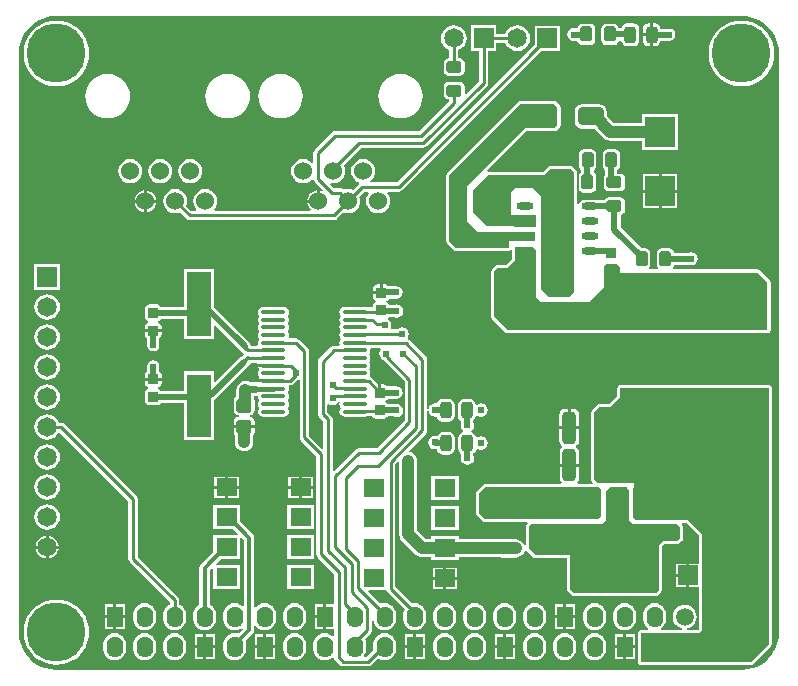
<source format=gtl>
G04*
G04 #@! TF.GenerationSoftware,Altium Limited,Altium Designer,21.8.1 (53)*
G04*
G04 Layer_Physical_Order=1*
G04 Layer_Color=255*
%FSLAX25Y25*%
%MOIN*%
G70*
G04*
G04 #@! TF.SameCoordinates,4A88703C-FF3E-4B1E-BF10-83D339521CC7*
G04*
G04*
G04 #@! TF.FilePolarity,Positive*
G04*
G01*
G75*
%ADD11C,0.02362*%
%ADD12C,0.01000*%
G04:AMPARAMS|DCode=18|XSize=50mil|YSize=45.28mil|CornerRadius=6.79mil|HoleSize=0mil|Usage=FLASHONLY|Rotation=180.000|XOffset=0mil|YOffset=0mil|HoleType=Round|Shape=RoundedRectangle|*
%AMROUNDEDRECTD18*
21,1,0.05000,0.03169,0,0,180.0*
21,1,0.03642,0.04528,0,0,180.0*
1,1,0.01358,-0.01821,0.01585*
1,1,0.01358,0.01821,0.01585*
1,1,0.01358,0.01821,-0.01585*
1,1,0.01358,-0.01821,-0.01585*
%
%ADD18ROUNDEDRECTD18*%
%ADD19O,0.08268X0.01378*%
G04:AMPARAMS|DCode=20|XSize=106.3mil|YSize=45.28mil|CornerRadius=11.32mil|HoleSize=0mil|Usage=FLASHONLY|Rotation=90.000|XOffset=0mil|YOffset=0mil|HoleType=Round|Shape=RoundedRectangle|*
%AMROUNDEDRECTD20*
21,1,0.10630,0.02264,0,0,90.0*
21,1,0.08366,0.04528,0,0,90.0*
1,1,0.02264,0.01132,0.04183*
1,1,0.02264,0.01132,-0.04183*
1,1,0.02264,-0.01132,-0.04183*
1,1,0.02264,-0.01132,0.04183*
%
%ADD20ROUNDEDRECTD20*%
%ADD21O,0.05709X0.02362*%
G04:AMPARAMS|DCode=22|XSize=50mil|YSize=37.4mil|CornerRadius=5.61mil|HoleSize=0mil|Usage=FLASHONLY|Rotation=90.000|XOffset=0mil|YOffset=0mil|HoleType=Round|Shape=RoundedRectangle|*
%AMROUNDEDRECTD22*
21,1,0.05000,0.02618,0,0,90.0*
21,1,0.03878,0.03740,0,0,90.0*
1,1,0.01122,0.01309,0.01939*
1,1,0.01122,0.01309,-0.01939*
1,1,0.01122,-0.01309,-0.01939*
1,1,0.01122,-0.01309,0.01939*
%
%ADD22ROUNDEDRECTD22*%
G04:AMPARAMS|DCode=23|XSize=50mil|YSize=37.4mil|CornerRadius=5.61mil|HoleSize=0mil|Usage=FLASHONLY|Rotation=0.000|XOffset=0mil|YOffset=0mil|HoleType=Round|Shape=RoundedRectangle|*
%AMROUNDEDRECTD23*
21,1,0.05000,0.02618,0,0,0.0*
21,1,0.03878,0.03740,0,0,0.0*
1,1,0.01122,0.01939,-0.01309*
1,1,0.01122,-0.01939,-0.01309*
1,1,0.01122,-0.01939,0.01309*
1,1,0.01122,0.01939,0.01309*
%
%ADD23ROUNDEDRECTD23*%
G04:AMPARAMS|DCode=24|XSize=35.43mil|YSize=35.43mil|CornerRadius=5.32mil|HoleSize=0mil|Usage=FLASHONLY|Rotation=180.000|XOffset=0mil|YOffset=0mil|HoleType=Round|Shape=RoundedRectangle|*
%AMROUNDEDRECTD24*
21,1,0.03543,0.02480,0,0,180.0*
21,1,0.02480,0.03543,0,0,180.0*
1,1,0.01063,-0.01240,0.01240*
1,1,0.01063,0.01240,0.01240*
1,1,0.01063,0.01240,-0.01240*
1,1,0.01063,-0.01240,-0.01240*
%
%ADD24ROUNDEDRECTD24*%
G04:AMPARAMS|DCode=25|XSize=86.61mil|YSize=61.02mil|CornerRadius=15.26mil|HoleSize=0mil|Usage=FLASHONLY|Rotation=0.000|XOffset=0mil|YOffset=0mil|HoleType=Round|Shape=RoundedRectangle|*
%AMROUNDEDRECTD25*
21,1,0.08661,0.03051,0,0,0.0*
21,1,0.05610,0.06102,0,0,0.0*
1,1,0.03051,0.02805,-0.01526*
1,1,0.03051,-0.02805,-0.01526*
1,1,0.03051,-0.02805,0.01526*
1,1,0.03051,0.02805,0.01526*
%
%ADD25ROUNDEDRECTD25*%
G04:AMPARAMS|DCode=26|XSize=106.3mil|YSize=45.28mil|CornerRadius=11.32mil|HoleSize=0mil|Usage=FLASHONLY|Rotation=0.000|XOffset=0mil|YOffset=0mil|HoleType=Round|Shape=RoundedRectangle|*
%AMROUNDEDRECTD26*
21,1,0.10630,0.02264,0,0,0.0*
21,1,0.08366,0.04528,0,0,0.0*
1,1,0.02264,0.04183,-0.01132*
1,1,0.02264,-0.04183,-0.01132*
1,1,0.02264,-0.04183,0.01132*
1,1,0.02264,0.04183,0.01132*
%
%ADD26ROUNDEDRECTD26*%
G04:AMPARAMS|DCode=27|XSize=55.12mil|YSize=39.37mil|CornerRadius=9.84mil|HoleSize=0mil|Usage=FLASHONLY|Rotation=270.000|XOffset=0mil|YOffset=0mil|HoleType=Round|Shape=RoundedRectangle|*
%AMROUNDEDRECTD27*
21,1,0.05512,0.01968,0,0,270.0*
21,1,0.03543,0.03937,0,0,270.0*
1,1,0.01968,-0.00984,-0.01772*
1,1,0.01968,-0.00984,0.01772*
1,1,0.01968,0.00984,0.01772*
1,1,0.01968,0.00984,-0.01772*
%
%ADD27ROUNDEDRECTD27*%
%ADD28R,0.04331X0.08465*%
%ADD29R,0.04331X0.08465*%
%ADD30R,0.13780X0.08465*%
%ADD31R,0.08000X0.21000*%
%ADD32R,0.08000X0.21500*%
%ADD33R,0.47244X0.07500*%
G04:AMPARAMS|DCode=34|XSize=472.44mil|YSize=157.48mil|CornerRadius=39.37mil|HoleSize=0mil|Usage=FLASHONLY|Rotation=0.000|XOffset=0mil|YOffset=0mil|HoleType=Round|Shape=RoundedRectangle|*
%AMROUNDEDRECTD34*
21,1,0.47244,0.07874,0,0,0.0*
21,1,0.39370,0.15748,0,0,0.0*
1,1,0.07874,0.19685,-0.03937*
1,1,0.07874,-0.19685,-0.03937*
1,1,0.07874,-0.19685,0.03937*
1,1,0.07874,0.19685,0.03937*
%
%ADD34ROUNDEDRECTD34*%
%ADD65C,0.01378*%
%ADD66C,0.02000*%
%ADD67C,0.04000*%
%ADD68C,0.01575*%
%ADD69C,0.06500*%
%ADD70R,0.06500X0.06500*%
%ADD71R,0.10000X0.10000*%
%ADD72R,0.07087X0.05906*%
%ADD73R,0.09449X0.12205*%
%ADD74C,0.19685*%
%ADD75R,0.06500X0.06500*%
%ADD76O,0.05500X0.07000*%
%ADD77R,0.05500X0.07000*%
%ADD78C,0.05906*%
%ADD79C,0.06000*%
%ADD80C,0.02400*%
%ADD81C,0.02362*%
%ADD82C,0.05000*%
G36*
X345300Y320248D02*
X347206Y319791D01*
X349016Y319041D01*
X350687Y318017D01*
X352177Y316744D01*
X353450Y315254D01*
X354474Y313583D01*
X355224Y311772D01*
X355681Y309867D01*
X355816Y308155D01*
X355774Y307946D01*
Y114967D01*
X355816Y114759D01*
X355681Y113046D01*
X355224Y111141D01*
X354474Y109330D01*
X353450Y107659D01*
X352177Y106169D01*
X350687Y104897D01*
X349016Y103873D01*
X347206Y103123D01*
X345300Y102665D01*
X343530Y102526D01*
X343530Y102526D01*
X343032Y102525D01*
X115512D01*
X115014Y102525D01*
X115014Y102525D01*
X115012Y102525D01*
X114522Y102549D01*
X113046Y102665D01*
X111141Y103123D01*
X109330Y103873D01*
X107659Y104897D01*
X106169Y106169D01*
X104897Y107659D01*
X103873Y109330D01*
X103123Y111141D01*
X102665Y113046D01*
X102526Y114816D01*
X102526Y114816D01*
X102525Y115314D01*
Y307986D01*
X102525Y307987D01*
X102525Y307987D01*
Y308000D01*
X102516Y308049D01*
X102664Y309940D01*
X103119Y311832D01*
X103863Y313630D01*
X104880Y315289D01*
X106144Y316769D01*
X107624Y318033D01*
X109283Y319050D01*
X111081Y319795D01*
X112973Y320249D01*
X114731Y320387D01*
X114731Y320387D01*
Y320387D01*
X114913Y320375D01*
X114913Y320374D01*
X115223Y320374D01*
X343346D01*
X343445Y320394D01*
X345300Y320248D01*
D02*
G37*
%LPC*%
G36*
X307283Y317968D02*
X305315D01*
X304541Y317814D01*
X303884Y317375D01*
X303446Y316719D01*
X303365Y316312D01*
X302360D01*
X302259Y316821D01*
X301914Y317338D01*
X301398Y317683D01*
X300789Y317804D01*
X298170D01*
X297561Y317683D01*
X297045Y317338D01*
X296700Y316821D01*
X296579Y316212D01*
Y312334D01*
X296700Y311725D01*
X297045Y311209D01*
X297561Y310864D01*
X298170Y310743D01*
X300789D01*
X301398Y310864D01*
X301914Y311209D01*
X302259Y311725D01*
X302360Y312234D01*
X303325D01*
X303446Y311627D01*
X303884Y310971D01*
X304541Y310532D01*
X305315Y310379D01*
X307283D01*
X308058Y310532D01*
X308714Y310971D01*
X309153Y311627D01*
X309307Y312402D01*
Y315945D01*
X309153Y316719D01*
X308714Y317375D01*
X308058Y317814D01*
X307283Y317968D01*
D02*
G37*
G36*
X292915Y317804D02*
X290297D01*
X289687Y317683D01*
X289171Y317338D01*
X288826Y316821D01*
X288751Y316444D01*
X288241Y316277D01*
X287543Y316416D01*
X286684Y316246D01*
X285956Y315759D01*
X285470Y315032D01*
X285299Y314173D01*
X285470Y313315D01*
X285956Y312587D01*
X286684Y312101D01*
X287543Y311930D01*
X288247Y312070D01*
X288720Y311857D01*
X288814Y311785D01*
X288826Y311725D01*
X289171Y311209D01*
X289687Y310864D01*
X290297Y310743D01*
X292915D01*
X293524Y310864D01*
X294040Y311209D01*
X294385Y311725D01*
X294506Y312334D01*
Y316212D01*
X294385Y316821D01*
X294040Y317338D01*
X293524Y317683D01*
X292915Y317804D01*
D02*
G37*
G36*
X312886Y317968D02*
X312402D01*
X311627Y317814D01*
X310971Y317375D01*
X310532Y316719D01*
X310379Y315945D01*
Y314673D01*
X312886D01*
Y317968D01*
D02*
G37*
G36*
X268622Y317279D02*
X267513Y317133D01*
X266479Y316705D01*
X265591Y316023D01*
X264910Y315136D01*
X264655Y314522D01*
X261650D01*
Y317250D01*
X253150D01*
Y308750D01*
X255871D01*
Y298733D01*
X251631Y294494D01*
X251131Y294701D01*
Y296872D01*
X251009Y297481D01*
X250664Y297997D01*
X250148Y298342D01*
X249539Y298464D01*
X245661D01*
X245052Y298342D01*
X244536Y297997D01*
X244191Y297481D01*
X244069Y296872D01*
Y294254D01*
X244191Y293645D01*
X244536Y293128D01*
X245052Y292783D01*
X245661Y292662D01*
X245871D01*
Y292133D01*
X235767Y282029D01*
X207900D01*
X207315Y281913D01*
X206819Y281581D01*
X201119Y275881D01*
X200787Y275385D01*
X200671Y274800D01*
Y271522D01*
X200197Y271362D01*
X200056Y271546D01*
X199220Y272187D01*
X198247Y272590D01*
X197203Y272727D01*
X196159Y272590D01*
X195186Y272187D01*
X194350Y271546D01*
X193709Y270710D01*
X193306Y269737D01*
X193169Y268693D01*
X193306Y267649D01*
X193709Y266676D01*
X194350Y265840D01*
X195186Y265199D01*
X196159Y264796D01*
X197203Y264658D01*
X198247Y264796D01*
X199220Y265199D01*
X200056Y265840D01*
X200196Y266023D01*
X200731Y265898D01*
X200787Y265615D01*
X201119Y265119D01*
X203745Y262492D01*
X203462Y262068D01*
X203143Y262200D01*
X202703Y262258D01*
Y258693D01*
X202203D01*
Y258193D01*
X198638D01*
X198696Y257753D01*
X199059Y256877D01*
X199636Y256125D01*
X199843Y255966D01*
X199673Y255466D01*
X167733D01*
X167553Y255966D01*
X168097Y256676D01*
X168500Y257649D01*
X168638Y258693D01*
X168500Y259737D01*
X168097Y260710D01*
X167456Y261546D01*
X166620Y262187D01*
X165647Y262590D01*
X164603Y262727D01*
X163559Y262590D01*
X162586Y262187D01*
X161750Y261546D01*
X161109Y260710D01*
X160706Y259737D01*
X160569Y258693D01*
X160706Y257649D01*
X161109Y256676D01*
X161653Y255966D01*
X161474Y255466D01*
X159993D01*
X158298Y257161D01*
X158500Y257649D01*
X158638Y258693D01*
X158500Y259737D01*
X158097Y260710D01*
X157456Y261546D01*
X156620Y262187D01*
X155647Y262590D01*
X154603Y262727D01*
X153559Y262590D01*
X152586Y262187D01*
X151750Y261546D01*
X151109Y260710D01*
X150706Y259737D01*
X150569Y258693D01*
X150706Y257649D01*
X151109Y256676D01*
X151750Y255840D01*
X152586Y255199D01*
X153559Y254796D01*
X154603Y254658D01*
X155647Y254796D01*
X156135Y254998D01*
X158278Y252856D01*
X158774Y252524D01*
X159359Y252408D01*
X207447D01*
X208032Y252524D01*
X208529Y252856D01*
X210671Y254998D01*
X211159Y254796D01*
X212203Y254658D01*
X213247Y254796D01*
X214220Y255199D01*
X215056Y255840D01*
X215697Y256676D01*
X216100Y257649D01*
X216238Y258693D01*
X216100Y259737D01*
X215898Y260225D01*
X217530Y261856D01*
X218965D01*
X219205Y261356D01*
X218709Y260710D01*
X218306Y259737D01*
X218169Y258693D01*
X218306Y257649D01*
X218709Y256676D01*
X219350Y255840D01*
X220186Y255199D01*
X221159Y254796D01*
X222203Y254658D01*
X223247Y254796D01*
X224220Y255199D01*
X225056Y255840D01*
X225697Y256676D01*
X226100Y257649D01*
X226238Y258693D01*
X226100Y259737D01*
X225697Y260710D01*
X225201Y261356D01*
X225442Y261856D01*
X229016D01*
X229601Y261973D01*
X230097Y262304D01*
X276535Y308742D01*
X282872D01*
Y317242D01*
X274372D01*
Y310905D01*
X228382Y264915D01*
X219672D01*
X219502Y265415D01*
X220056Y265840D01*
X220697Y266676D01*
X221100Y267649D01*
X221238Y268693D01*
X221100Y269737D01*
X220697Y270710D01*
X220056Y271546D01*
X219220Y272187D01*
X218247Y272590D01*
X217203Y272727D01*
X216159Y272590D01*
X215186Y272187D01*
X214350Y271546D01*
X213709Y270710D01*
X213306Y269737D01*
X213169Y268693D01*
X213306Y267649D01*
X213709Y266676D01*
X214350Y265840D01*
X215186Y265199D01*
X215694Y264988D01*
X215772Y264654D01*
X215765Y264418D01*
X213735Y262388D01*
X213247Y262590D01*
X212203Y262727D01*
X211159Y262590D01*
X210671Y262388D01*
X210477Y262581D01*
X209981Y262913D01*
X209396Y263029D01*
X207534D01*
X206288Y264275D01*
X206522Y264748D01*
X207203Y264658D01*
X208247Y264796D01*
X209220Y265199D01*
X210056Y265840D01*
X210697Y266676D01*
X211100Y267649D01*
X211238Y268693D01*
X211100Y269737D01*
X210719Y270656D01*
X216533Y276471D01*
X237300D01*
X237885Y276587D01*
X238381Y276919D01*
X258481Y297019D01*
X258813Y297515D01*
X258929Y298100D01*
Y308750D01*
X261650D01*
Y311463D01*
X264655D01*
X264910Y310849D01*
X265591Y309961D01*
X266479Y309280D01*
X267513Y308852D01*
X268622Y308705D01*
X269731Y308852D01*
X270765Y309280D01*
X271653Y309961D01*
X272334Y310849D01*
X272763Y311883D01*
X272909Y312992D01*
X272763Y314102D01*
X272334Y315136D01*
X271653Y316023D01*
X270765Y316705D01*
X269731Y317133D01*
X268622Y317279D01*
D02*
G37*
G36*
X314370Y317968D02*
X313886D01*
Y314173D01*
Y310379D01*
X314370D01*
X315144Y310532D01*
X315801Y310971D01*
X316239Y311627D01*
X316340Y312134D01*
X319291D01*
X320072Y312289D01*
X320733Y312731D01*
X321175Y313393D01*
X321330Y314173D01*
X321175Y314954D01*
X320733Y315615D01*
X320072Y316057D01*
X319291Y316212D01*
X316340D01*
X316239Y316719D01*
X315801Y317375D01*
X315144Y317814D01*
X314370Y317968D01*
D02*
G37*
G36*
X312886Y313673D02*
X310379D01*
Y312402D01*
X310532Y311627D01*
X310971Y310971D01*
X311627Y310532D01*
X312402Y310379D01*
X312886D01*
Y313673D01*
D02*
G37*
G36*
X247400Y317287D02*
X246290Y317141D01*
X245257Y316712D01*
X244369Y316031D01*
X243688Y315143D01*
X243259Y314109D01*
X243113Y313000D01*
X243259Y311891D01*
X243688Y310857D01*
X244369Y309969D01*
X245257Y309288D01*
X245871Y309033D01*
Y306338D01*
X245661D01*
X245052Y306217D01*
X244536Y305872D01*
X244191Y305355D01*
X244069Y304746D01*
Y302128D01*
X244191Y301519D01*
X244536Y301003D01*
X245052Y300658D01*
X245661Y300536D01*
X249539D01*
X250148Y300658D01*
X250664Y301003D01*
X251009Y301519D01*
X251131Y302128D01*
Y304746D01*
X251009Y305355D01*
X250664Y305872D01*
X250148Y306217D01*
X249539Y306338D01*
X248929D01*
Y309033D01*
X249543Y309288D01*
X250431Y309969D01*
X251112Y310857D01*
X251541Y311891D01*
X251687Y313000D01*
X251541Y314109D01*
X251112Y315143D01*
X250431Y316031D01*
X249543Y316712D01*
X248510Y317141D01*
X247400Y317287D01*
D02*
G37*
G36*
X343347Y318789D02*
X341645Y318655D01*
X339986Y318257D01*
X338409Y317604D01*
X336954Y316712D01*
X335656Y315604D01*
X334547Y314306D01*
X333656Y312851D01*
X333003Y311274D01*
X332604Y309615D01*
X332470Y307913D01*
X332604Y306212D01*
X333003Y304553D01*
X333656Y302976D01*
X334547Y301521D01*
X335656Y300223D01*
X336954Y299114D01*
X338409Y298223D01*
X339986Y297570D01*
X341645Y297171D01*
X343347Y297037D01*
X345048Y297171D01*
X346707Y297570D01*
X348284Y298223D01*
X349739Y299114D01*
X351037Y300223D01*
X352145Y301521D01*
X353037Y302976D01*
X353690Y304553D01*
X354089Y306212D01*
X354222Y307913D01*
X354089Y309615D01*
X353690Y311274D01*
X353037Y312851D01*
X352145Y314306D01*
X351037Y315604D01*
X349739Y316712D01*
X348284Y317604D01*
X346707Y318257D01*
X345048Y318655D01*
X343347Y318789D01*
D02*
G37*
G36*
X115000D02*
X113299Y318655D01*
X111639Y318257D01*
X110062Y317604D01*
X108607Y316712D01*
X107309Y315604D01*
X106201Y314306D01*
X105309Y312851D01*
X104656Y311274D01*
X104258Y309615D01*
X104124Y307913D01*
X104258Y306212D01*
X104656Y304553D01*
X105309Y302976D01*
X106201Y301521D01*
X107309Y300223D01*
X108607Y299114D01*
X110062Y298223D01*
X111639Y297570D01*
X113299Y297171D01*
X115000Y297037D01*
X116701Y297171D01*
X118361Y297570D01*
X119938Y298223D01*
X121393Y299114D01*
X122690Y300223D01*
X123799Y301521D01*
X124691Y302976D01*
X125344Y304553D01*
X125742Y306212D01*
X125876Y307913D01*
X125742Y309615D01*
X125344Y311274D01*
X124691Y312851D01*
X123799Y314306D01*
X122690Y315604D01*
X121393Y316712D01*
X119938Y317604D01*
X118361Y318257D01*
X116701Y318655D01*
X115000Y318789D01*
D02*
G37*
G36*
X229683Y301126D02*
X228233Y300984D01*
X226839Y300560D01*
X225554Y299874D01*
X224427Y298949D01*
X223503Y297823D01*
X222816Y296538D01*
X222393Y295143D01*
X222250Y293693D01*
X222393Y292243D01*
X222816Y290848D01*
X223503Y289563D01*
X224427Y288437D01*
X225554Y287512D01*
X226839Y286825D01*
X228233Y286402D01*
X229683Y286260D01*
X231134Y286402D01*
X232528Y286825D01*
X233813Y287512D01*
X234940Y288437D01*
X235864Y289563D01*
X236551Y290848D01*
X236974Y292243D01*
X237117Y293693D01*
X236974Y295143D01*
X236551Y296538D01*
X235864Y297823D01*
X234940Y298949D01*
X233813Y299874D01*
X232528Y300560D01*
X231134Y300984D01*
X229683Y301126D01*
D02*
G37*
G36*
X189683D02*
X188233Y300984D01*
X186839Y300560D01*
X185554Y299874D01*
X184427Y298949D01*
X183503Y297823D01*
X182816Y296538D01*
X182393Y295143D01*
X182250Y293693D01*
X182393Y292243D01*
X182816Y290848D01*
X183503Y289563D01*
X184427Y288437D01*
X185554Y287512D01*
X186839Y286825D01*
X188233Y286402D01*
X189683Y286260D01*
X191134Y286402D01*
X192528Y286825D01*
X193813Y287512D01*
X194940Y288437D01*
X195864Y289563D01*
X196551Y290848D01*
X196974Y292243D01*
X197117Y293693D01*
X196974Y295143D01*
X196551Y296538D01*
X195864Y297823D01*
X194940Y298949D01*
X193813Y299874D01*
X192528Y300560D01*
X191134Y300984D01*
X189683Y301126D01*
D02*
G37*
G36*
X172083D02*
X170633Y300984D01*
X169239Y300560D01*
X167954Y299874D01*
X166827Y298949D01*
X165903Y297823D01*
X165216Y296538D01*
X164793Y295143D01*
X164650Y293693D01*
X164793Y292243D01*
X165216Y290848D01*
X165903Y289563D01*
X166827Y288437D01*
X167954Y287512D01*
X169239Y286825D01*
X170633Y286402D01*
X172083Y286260D01*
X173534Y286402D01*
X174928Y286825D01*
X176213Y287512D01*
X177340Y288437D01*
X178264Y289563D01*
X178951Y290848D01*
X179374Y292243D01*
X179517Y293693D01*
X179374Y295143D01*
X178951Y296538D01*
X178264Y297823D01*
X177340Y298949D01*
X176213Y299874D01*
X174928Y300560D01*
X173534Y300984D01*
X172083Y301126D01*
D02*
G37*
G36*
X132083D02*
X130633Y300984D01*
X129239Y300560D01*
X127954Y299874D01*
X126827Y298949D01*
X125903Y297823D01*
X125216Y296538D01*
X124793Y295143D01*
X124650Y293693D01*
X124793Y292243D01*
X125216Y290848D01*
X125903Y289563D01*
X126827Y288437D01*
X127954Y287512D01*
X129239Y286825D01*
X130633Y286402D01*
X132083Y286260D01*
X133534Y286402D01*
X134928Y286825D01*
X136213Y287512D01*
X137340Y288437D01*
X138264Y289563D01*
X138951Y290848D01*
X139374Y292243D01*
X139517Y293693D01*
X139374Y295143D01*
X138951Y296538D01*
X138264Y297823D01*
X137340Y298949D01*
X136213Y299874D01*
X134928Y300560D01*
X133534Y300984D01*
X132083Y301126D01*
D02*
G37*
G36*
X295876Y291101D02*
X290266D01*
X289280Y290905D01*
X288445Y290346D01*
X287887Y289511D01*
X287691Y288526D01*
Y285474D01*
X287887Y284489D01*
X288445Y283654D01*
X289280Y283095D01*
X290266Y282899D01*
X294172D01*
X297368Y279703D01*
X297994Y279223D01*
X298724Y278920D01*
X299507Y278817D01*
X299507Y278817D01*
X310200D01*
Y275843D01*
X322200D01*
Y287843D01*
X310200D01*
Y284869D01*
X300761D01*
X298451Y287179D01*
Y288526D01*
X298255Y289511D01*
X297697Y290346D01*
X296861Y290905D01*
X295876Y291101D01*
D02*
G37*
G36*
X159603Y272727D02*
X158559Y272590D01*
X157586Y272187D01*
X156750Y271546D01*
X156109Y270710D01*
X155706Y269737D01*
X155569Y268693D01*
X155706Y267649D01*
X156109Y266676D01*
X156750Y265840D01*
X157586Y265199D01*
X158559Y264796D01*
X159603Y264658D01*
X160647Y264796D01*
X161620Y265199D01*
X162456Y265840D01*
X163097Y266676D01*
X163500Y267649D01*
X163638Y268693D01*
X163500Y269737D01*
X163097Y270710D01*
X162456Y271546D01*
X161620Y272187D01*
X160647Y272590D01*
X159603Y272727D01*
D02*
G37*
G36*
X149603D02*
X148559Y272590D01*
X147586Y272187D01*
X146750Y271546D01*
X146109Y270710D01*
X145706Y269737D01*
X145569Y268693D01*
X145706Y267649D01*
X146109Y266676D01*
X146750Y265840D01*
X147586Y265199D01*
X148559Y264796D01*
X149603Y264658D01*
X150647Y264796D01*
X151620Y265199D01*
X152456Y265840D01*
X153097Y266676D01*
X153500Y267649D01*
X153638Y268693D01*
X153500Y269737D01*
X153097Y270710D01*
X152456Y271546D01*
X151620Y272187D01*
X150647Y272590D01*
X149603Y272727D01*
D02*
G37*
G36*
X139603D02*
X138559Y272590D01*
X137586Y272187D01*
X136750Y271546D01*
X136109Y270710D01*
X135706Y269737D01*
X135569Y268693D01*
X135706Y267649D01*
X136109Y266676D01*
X136750Y265840D01*
X137586Y265199D01*
X138559Y264796D01*
X139603Y264658D01*
X140647Y264796D01*
X141620Y265199D01*
X142456Y265840D01*
X143097Y266676D01*
X143500Y267649D01*
X143638Y268693D01*
X143500Y269737D01*
X143097Y270710D01*
X142456Y271546D01*
X141620Y272187D01*
X140647Y272590D01*
X139603Y272727D01*
D02*
G37*
G36*
X321800Y267643D02*
X316700D01*
Y262543D01*
X321800D01*
Y267643D01*
D02*
G37*
G36*
X315700D02*
X310600D01*
Y262543D01*
X315700D01*
Y267643D01*
D02*
G37*
G36*
X301246Y276031D02*
X298628D01*
X298019Y275909D01*
X297502Y275564D01*
X297158Y275048D01*
X297036Y274439D01*
Y270561D01*
X297158Y269952D01*
X297502Y269436D01*
X297898Y269172D01*
Y267315D01*
X297591Y266855D01*
X297469Y266246D01*
Y263628D01*
X297591Y263019D01*
X297936Y262503D01*
X298452Y262158D01*
X299061Y262036D01*
X302939D01*
X303548Y262158D01*
X304064Y262503D01*
X304409Y263019D01*
X304531Y263628D01*
Y266246D01*
X304409Y266855D01*
X304064Y267372D01*
X303548Y267717D01*
X302939Y267838D01*
X301976D01*
Y269172D01*
X302372Y269436D01*
X302716Y269952D01*
X302838Y270561D01*
Y274439D01*
X302716Y275048D01*
X302372Y275564D01*
X301855Y275909D01*
X301246Y276031D01*
D02*
G37*
G36*
X293372D02*
X290754D01*
X290145Y275909D01*
X289629Y275564D01*
X289283Y275048D01*
X289162Y274439D01*
Y270561D01*
X289283Y269952D01*
X289629Y269436D01*
X289961Y269214D01*
Y268371D01*
X289503Y268064D01*
X289158Y267548D01*
X289036Y266939D01*
Y263061D01*
X289158Y262452D01*
X289503Y261936D01*
X290019Y261591D01*
X290628Y261469D01*
X293246D01*
X293855Y261591D01*
X294372Y261936D01*
X294717Y262452D01*
X294838Y263061D01*
Y266939D01*
X294717Y267548D01*
X294372Y268064D01*
X294039Y268286D01*
Y269129D01*
X294497Y269436D01*
X294843Y269952D01*
X294964Y270561D01*
Y274439D01*
X294843Y275048D01*
X294497Y275564D01*
X293981Y275909D01*
X293372Y276031D01*
D02*
G37*
G36*
X145103Y262258D02*
Y259193D01*
X148168D01*
X148110Y259633D01*
X147748Y260508D01*
X147171Y261261D01*
X146419Y261838D01*
X145543Y262200D01*
X145103Y262258D01*
D02*
G37*
G36*
X201703D02*
X201263Y262200D01*
X200388Y261838D01*
X199636Y261261D01*
X199059Y260508D01*
X198696Y259633D01*
X198638Y259193D01*
X201703D01*
Y262258D01*
D02*
G37*
G36*
X144103D02*
X143663Y262200D01*
X142788Y261838D01*
X142036Y261261D01*
X141459Y260508D01*
X141096Y259633D01*
X141038Y259193D01*
X144103D01*
Y262258D01*
D02*
G37*
G36*
X321800Y261543D02*
X316700D01*
Y256443D01*
X321800D01*
Y261543D01*
D02*
G37*
G36*
X315700D02*
X310600D01*
Y256443D01*
X315700D01*
Y261543D01*
D02*
G37*
G36*
X144103Y258193D02*
X141038D01*
X141096Y257753D01*
X141459Y256877D01*
X142036Y256125D01*
X142788Y255548D01*
X143663Y255186D01*
X144103Y255128D01*
Y258193D01*
D02*
G37*
G36*
X148168D02*
X145103D01*
Y255128D01*
X145543Y255186D01*
X146419Y255548D01*
X147171Y256125D01*
X147748Y256877D01*
X148110Y257753D01*
X148168Y258193D01*
D02*
G37*
G36*
X281000Y292020D02*
X269500D01*
X269110Y291942D01*
X268779Y291721D01*
X245279Y268221D01*
X245058Y267890D01*
X244980Y267500D01*
Y248500D01*
X244980Y245339D01*
X245058Y244948D01*
X245279Y244618D01*
X247618Y242279D01*
X247948Y242058D01*
X248339Y241980D01*
X265500D01*
X265890Y242058D01*
X266221Y242279D01*
X266480Y242538D01*
X266980Y242331D01*
Y239422D01*
X265078Y237520D01*
X262000D01*
X261610Y237442D01*
X261279Y237221D01*
X260279Y236221D01*
X260058Y235890D01*
X259980Y235500D01*
Y226500D01*
Y225000D01*
Y220100D01*
X260058Y219710D01*
X260279Y219379D01*
X264679Y214979D01*
X265010Y214758D01*
X265400Y214680D01*
X352000D01*
X352390Y214758D01*
X352721Y214979D01*
X352942Y215310D01*
X353020Y215700D01*
Y231600D01*
X352942Y231990D01*
X352721Y232321D01*
X349421Y235621D01*
X349090Y235842D01*
X348700Y235920D01*
X320499D01*
X320348Y236420D01*
X320372Y236436D01*
X320717Y236952D01*
X320818Y237461D01*
X325592D01*
X325642Y237428D01*
X326500Y237257D01*
X327358Y237428D01*
X328086Y237914D01*
X328572Y238642D01*
X328743Y239500D01*
X328572Y240358D01*
X328086Y241086D01*
X327358Y241572D01*
X326500Y241743D01*
X325642Y241572D01*
X325592Y241539D01*
X320818D01*
X320717Y242048D01*
X320372Y242564D01*
X319855Y242909D01*
X319246Y243031D01*
X316628D01*
X316019Y242909D01*
X315503Y242564D01*
X315158Y242048D01*
X315036Y241439D01*
Y237561D01*
X315158Y236952D01*
X315503Y236436D01*
X315527Y236420D01*
X315375Y235920D01*
X312625D01*
X312474Y236420D01*
X312497Y236436D01*
X312842Y236952D01*
X312964Y237561D01*
Y241439D01*
X312842Y242048D01*
X312497Y242564D01*
X311981Y242909D01*
X311372Y243031D01*
X310046D01*
X303039Y250038D01*
Y254182D01*
X303548Y254283D01*
X304064Y254628D01*
X304409Y255145D01*
X304531Y255754D01*
Y258372D01*
X304409Y258981D01*
X304064Y259497D01*
X303548Y259842D01*
X302939Y259964D01*
X299061D01*
X298452Y259842D01*
X297936Y259497D01*
X297650Y259071D01*
X295171D01*
X294402Y259224D01*
X291055D01*
X290204Y259055D01*
X289483Y258573D01*
X289020Y257879D01*
X288983Y257874D01*
X288520Y258113D01*
Y261000D01*
Y268500D01*
X288442Y268890D01*
X288221Y269221D01*
X287221Y270221D01*
X286890Y270442D01*
X286500Y270520D01*
X279500D01*
X279110Y270442D01*
X278779Y270221D01*
X277078Y268520D01*
X259000D01*
X258836Y268487D01*
X258590Y268948D01*
X259501Y269859D01*
X271622Y281980D01*
X281000D01*
X281390Y282058D01*
X281721Y282279D01*
X282721Y283279D01*
X282942Y283610D01*
X283020Y284000D01*
Y290000D01*
X282942Y290390D01*
X282721Y290721D01*
X281721Y291721D01*
X281390Y291942D01*
X281000Y292020D01*
D02*
G37*
G36*
X116150Y237650D02*
X107650D01*
Y229150D01*
X116150D01*
Y237650D01*
D02*
G37*
G36*
X222728Y230951D02*
X221988D01*
X221391Y230832D01*
X220884Y230494D01*
X220546Y229987D01*
X220427Y229390D01*
Y228650D01*
X222728D01*
Y230951D01*
D02*
G37*
G36*
X167398Y236230D02*
X157398D01*
Y223496D01*
X149792D01*
X149588Y223801D01*
X149082Y224139D01*
X148484Y224258D01*
X146004D01*
X145406Y224139D01*
X144900Y223801D01*
X144561Y223294D01*
X144442Y222697D01*
Y220217D01*
X144561Y219619D01*
X144900Y219112D01*
X145406Y218774D01*
X145482Y218759D01*
Y218249D01*
X145406Y218234D01*
X144900Y217896D01*
X144561Y217389D01*
X144442Y216791D01*
Y216051D01*
X147244D01*
X150046D01*
Y216791D01*
X149927Y217389D01*
X149588Y217896D01*
X149082Y218234D01*
X149006Y218249D01*
Y218759D01*
X149082Y218774D01*
X149588Y219112D01*
X149792Y219418D01*
X157398D01*
Y212730D01*
X167398D01*
Y217064D01*
X167860Y217256D01*
X176258Y208858D01*
X176920Y208416D01*
X176950Y208410D01*
X177338Y208022D01*
X177558Y207711D01*
X177340Y207335D01*
X176926Y206920D01*
X176640Y206863D01*
X175979Y206421D01*
X167860Y198303D01*
X167398Y198495D01*
Y201980D01*
X157398D01*
Y195543D01*
X149792D01*
X149588Y195848D01*
X149082Y196187D01*
X149006Y196202D01*
Y196712D01*
X149082Y196727D01*
X149588Y197065D01*
X149927Y197572D01*
X150046Y198169D01*
Y198909D01*
X144442D01*
Y198169D01*
X144561Y197572D01*
X144900Y197065D01*
X145406Y196727D01*
X145482Y196712D01*
Y196202D01*
X145406Y196187D01*
X144900Y195848D01*
X144561Y195342D01*
X144442Y194744D01*
Y192264D01*
X144561Y191666D01*
X144900Y191160D01*
X145406Y190821D01*
X146004Y190702D01*
X148484D01*
X149082Y190821D01*
X149588Y191160D01*
X149792Y191465D01*
X157398D01*
Y178980D01*
X167398D01*
Y192268D01*
X167983Y192658D01*
X178862Y203538D01*
X179304Y204199D01*
X179361Y204485D01*
X179738Y204862D01*
X179792Y204898D01*
X182003D01*
X182286Y204398D01*
X182280Y204368D01*
X187347D01*
Y203368D01*
X182280D01*
X182311Y203209D01*
X182464Y202981D01*
X182655Y202589D01*
X182464Y202197D01*
X182311Y201969D01*
X182180Y201309D01*
X182311Y200651D01*
X182464Y200422D01*
X182655Y200030D01*
X182464Y199638D01*
X182311Y199409D01*
X182280Y199250D01*
X187347D01*
Y198250D01*
X181922D01*
X181790Y198150D01*
X181102Y198287D01*
X179470D01*
X179466Y198290D01*
X178736Y198592D01*
X177953Y198695D01*
X177170Y198592D01*
X176440Y198290D01*
X175813Y197809D01*
X175332Y197182D01*
X175030Y196452D01*
X174927Y195669D01*
Y193613D01*
X174528Y193346D01*
X174156Y192791D01*
X174026Y192136D01*
Y188967D01*
X174156Y188311D01*
X174528Y187756D01*
X175083Y187385D01*
X175738Y187255D01*
Y186761D01*
X175083Y186631D01*
X174528Y186260D01*
X174156Y185704D01*
X174026Y185049D01*
Y183965D01*
X177559D01*
X181092D01*
Y185049D01*
X180962Y185704D01*
X180590Y186260D01*
X180035Y186631D01*
X179380Y186761D01*
Y187255D01*
X180035Y187385D01*
X180590Y187756D01*
X180962Y188311D01*
X181092Y188967D01*
Y192136D01*
X180979Y192706D01*
Y193839D01*
X181102D01*
X181737Y193965D01*
X182150Y193655D01*
X182152Y193651D01*
X182190Y193585D01*
X182311Y192973D01*
X182464Y192745D01*
X182655Y192353D01*
X182464Y191961D01*
X182311Y191732D01*
X182180Y191073D01*
X182311Y190414D01*
X182464Y190186D01*
X182655Y189794D01*
X182464Y189402D01*
X182311Y189173D01*
X182180Y188514D01*
X182311Y187855D01*
X182685Y187296D01*
X183243Y186923D01*
X183902Y186792D01*
X190792D01*
X191451Y186923D01*
X192010Y187296D01*
X192383Y187855D01*
X192514Y188514D01*
X192383Y189173D01*
X192230Y189402D01*
X192040Y189794D01*
X192230Y190186D01*
X192383Y190414D01*
X192514Y191073D01*
X192383Y191732D01*
X192230Y191961D01*
X192040Y192353D01*
X192230Y192745D01*
X192383Y192973D01*
X192514Y193632D01*
X192383Y194291D01*
X192230Y194520D01*
X192040Y194912D01*
X192230Y195304D01*
X192383Y195532D01*
X192514Y196191D01*
X192394Y196793D01*
X192436Y196954D01*
X192617Y197293D01*
X192917D01*
X193502Y197410D01*
X193999Y197741D01*
X195608Y199351D01*
X196108Y199144D01*
Y179921D01*
X196225Y179336D01*
X196556Y178840D01*
X201620Y173776D01*
Y140945D01*
X201737Y140360D01*
X202068Y139863D01*
X207526Y134406D01*
Y124300D01*
X204900D01*
Y120200D01*
Y116100D01*
X207526D01*
Y113778D01*
X207442Y113750D01*
X207026Y113662D01*
X206291Y114226D01*
X205379Y114603D01*
X204400Y114732D01*
X203421Y114603D01*
X202509Y114226D01*
X201726Y113625D01*
X201124Y112841D01*
X200746Y111929D01*
X200618Y110950D01*
Y109450D01*
X200746Y108471D01*
X201124Y107559D01*
X201726Y106775D01*
X202509Y106174D01*
X203421Y105797D01*
X204400Y105668D01*
X205379Y105797D01*
X206291Y106174D01*
X207026Y106738D01*
X207199Y106722D01*
X207550Y106573D01*
X207642Y106108D01*
X207974Y105612D01*
X209467Y104119D01*
X209963Y103787D01*
X210548Y103671D01*
X218932D01*
X219518Y103787D01*
X220014Y104119D01*
X222260Y106365D01*
X222509Y106174D01*
X223421Y105797D01*
X224400Y105668D01*
X225379Y105797D01*
X226291Y106174D01*
X227075Y106775D01*
X227676Y107559D01*
X228053Y108471D01*
X228182Y109450D01*
Y110950D01*
X228053Y111929D01*
X227676Y112841D01*
X227075Y113625D01*
X226291Y114226D01*
X225379Y114603D01*
X224400Y114732D01*
X223421Y114603D01*
X222509Y114226D01*
X221726Y113625D01*
X221124Y112841D01*
X220746Y111929D01*
X220618Y110950D01*
Y109450D01*
X220664Y109095D01*
X218299Y106729D01*
X217669D01*
X217423Y107229D01*
X217676Y107559D01*
X218054Y108471D01*
X218182Y109450D01*
Y110950D01*
X218054Y111929D01*
X217700Y112782D01*
X219731Y114813D01*
X220063Y115309D01*
X220179Y115894D01*
Y118948D01*
X220679Y118981D01*
X220746Y118471D01*
X221124Y117559D01*
X221726Y116776D01*
X222509Y116174D01*
X223421Y115796D01*
X224400Y115668D01*
X225379Y115796D01*
X226291Y116174D01*
X227075Y116776D01*
X227676Y117559D01*
X228053Y118471D01*
X228182Y119450D01*
Y120950D01*
X228053Y121929D01*
X227676Y122841D01*
X227075Y123625D01*
X226291Y124226D01*
X225379Y124603D01*
X224400Y124732D01*
X223421Y124603D01*
X223007Y124432D01*
X218853Y128585D01*
X219044Y129047D01*
X224944D01*
X224965Y128942D01*
X225296Y128446D01*
X231059Y122684D01*
X230747Y121929D01*
X230618Y120950D01*
Y119450D01*
X230747Y118471D01*
X231124Y117559D01*
X231726Y116776D01*
X232509Y116174D01*
X233421Y115796D01*
X234400Y115668D01*
X235379Y115796D01*
X236291Y116174D01*
X237074Y116776D01*
X237676Y117559D01*
X238053Y118471D01*
X238182Y119450D01*
Y120950D01*
X238053Y121929D01*
X237676Y122841D01*
X237074Y123625D01*
X236291Y124226D01*
X235379Y124603D01*
X234400Y124732D01*
X233460Y124609D01*
X227907Y130161D01*
Y171020D01*
X228758Y171870D01*
X229258Y171663D01*
Y147638D01*
X229361Y146855D01*
X229663Y146125D01*
X230144Y145498D01*
X234782Y140860D01*
X235408Y140380D01*
X236138Y140077D01*
X236921Y139974D01*
X239957D01*
Y139047D01*
X249043D01*
Y139974D01*
X262728D01*
X263386Y139887D01*
X268110D01*
X268893Y139991D01*
X269623Y140293D01*
X270250Y140774D01*
X270731Y141400D01*
X271033Y142130D01*
X271093Y142587D01*
X271600Y142603D01*
X271658Y142310D01*
X271879Y141979D01*
X273979Y139879D01*
X274310Y139658D01*
X274700Y139580D01*
X285280D01*
Y129200D01*
X285358Y128810D01*
X285579Y128479D01*
X286779Y127279D01*
X287110Y127058D01*
X287500Y126980D01*
X287890Y127058D01*
X288073Y127180D01*
X314376D01*
X314410Y127158D01*
X314800Y127080D01*
X315190Y127158D01*
X315521Y127379D01*
X316421Y128279D01*
X316642Y128610D01*
X316720Y129000D01*
Y143578D01*
X317522Y144380D01*
X321900D01*
X322290Y144458D01*
X322621Y144679D01*
X323220Y145278D01*
X323521Y145479D01*
X323742Y145810D01*
X323820Y146200D01*
Y150000D01*
X323742Y150390D01*
X323521Y150721D01*
X323424Y150819D01*
X323615Y151280D01*
X325230D01*
X329295Y147215D01*
Y138331D01*
X329250Y137850D01*
X328795Y137850D01*
X325900D01*
Y134000D01*
Y130150D01*
X329250Y130150D01*
X329295Y129669D01*
Y116170D01*
X328937Y115812D01*
X325184D01*
X325152Y116312D01*
X325432Y116349D01*
X326393Y116747D01*
X327219Y117381D01*
X327853Y118207D01*
X328251Y119168D01*
X328387Y120200D01*
X328251Y121232D01*
X327853Y122193D01*
X327219Y123019D01*
X326393Y123653D01*
X325432Y124051D01*
X324400Y124187D01*
X323368Y124051D01*
X322407Y123653D01*
X321581Y123019D01*
X320947Y122193D01*
X320549Y121232D01*
X320413Y120200D01*
X320549Y119168D01*
X320947Y118207D01*
X321581Y117381D01*
X322407Y116747D01*
X323368Y116349D01*
X323648Y116312D01*
X323616Y115812D01*
X316640D01*
X316471Y116312D01*
X317074Y116776D01*
X317676Y117559D01*
X318054Y118471D01*
X318182Y119450D01*
Y120950D01*
X318054Y121929D01*
X317676Y122841D01*
X317074Y123625D01*
X316291Y124226D01*
X315379Y124603D01*
X314400Y124732D01*
X313421Y124603D01*
X312509Y124226D01*
X311725Y123625D01*
X311124Y122841D01*
X310747Y121929D01*
X310618Y120950D01*
Y119450D01*
X310747Y118471D01*
X311124Y117559D01*
X311725Y116776D01*
X312329Y116312D01*
X312160Y115812D01*
X309842D01*
X309452Y115735D01*
X309122Y115514D01*
X308900Y115183D01*
X308823Y114793D01*
X308823Y105118D01*
X308900Y104728D01*
X309121Y104397D01*
X309452Y104176D01*
X309842Y104098D01*
X346457Y104098D01*
X346847Y104176D01*
X347178Y104397D01*
X353083Y110303D01*
X353304Y110633D01*
X353382Y111024D01*
Y162020D01*
X353442Y162110D01*
X353520Y162500D01*
Y196500D01*
X353442Y196890D01*
X353221Y197221D01*
X352890Y197442D01*
X352500Y197520D01*
X303000D01*
X302610Y197442D01*
X302279Y197221D01*
X302058Y196890D01*
X301980Y196500D01*
Y193822D01*
X299278Y191120D01*
X296000D01*
X295610Y191042D01*
X295279Y190821D01*
X293579Y189121D01*
X293358Y188790D01*
X293280Y188400D01*
X293280Y165800D01*
X293358Y165410D01*
X293579Y165079D01*
X293784Y164874D01*
X293593Y164412D01*
X288697D01*
X288545Y164912D01*
X288664Y164992D01*
X289135Y165697D01*
X289301Y166529D01*
Y170212D01*
X285995D01*
X282690D01*
Y166529D01*
X282855Y165697D01*
X283326Y164992D01*
X283445Y164912D01*
X283294Y164412D01*
X257874D01*
X257484Y164334D01*
X257153Y164113D01*
X255181Y162142D01*
X254960Y161811D01*
X254883Y161421D01*
Y154728D01*
X254960Y154338D01*
X255181Y154007D01*
X257153Y152035D01*
X257484Y151814D01*
X257874Y151736D01*
X271941D01*
X272132Y151274D01*
X271879Y151021D01*
X271658Y150690D01*
X271580Y150300D01*
Y143369D01*
X271080Y143337D01*
X271033Y143697D01*
X270731Y144426D01*
X270250Y145053D01*
X269623Y145534D01*
X268893Y145836D01*
X268110Y145939D01*
X264044D01*
X263386Y146026D01*
X249043D01*
Y146953D01*
X239957D01*
Y146026D01*
X238175D01*
X235309Y148891D01*
Y172062D01*
X235206Y172845D01*
X234904Y173575D01*
X234423Y174201D01*
X233796Y174682D01*
X233067Y174984D01*
X232636Y175041D01*
X232456Y175569D01*
X238089Y181202D01*
X238421Y181698D01*
X238537Y182283D01*
Y188801D01*
X239037Y188850D01*
X239158Y188242D01*
X239645Y187514D01*
X240372Y187028D01*
X241231Y186857D01*
X241734Y186957D01*
X241834Y186454D01*
X242273Y185798D01*
X242929Y185359D01*
X243703Y185205D01*
X245672D01*
X246446Y185359D01*
X247102Y185798D01*
X247541Y186454D01*
X247695Y187228D01*
Y190772D01*
X247541Y191546D01*
X247102Y192202D01*
X246446Y192641D01*
X245672Y192795D01*
X243703D01*
X242929Y192641D01*
X242273Y192202D01*
X241834Y191546D01*
X241772Y191235D01*
X241231Y191343D01*
X240372Y191172D01*
X239645Y190686D01*
X239158Y189958D01*
X239037Y189350D01*
X238537Y189399D01*
Y205906D01*
X238421Y206491D01*
X238089Y206987D01*
X232671Y212405D01*
X232267Y212675D01*
X232116Y212958D01*
X232058Y213179D01*
X232067Y213275D01*
X232295Y213616D01*
X232466Y214475D01*
X232295Y215333D01*
X231809Y216061D01*
X231081Y216547D01*
X230223Y216718D01*
X229364Y216547D01*
X228637Y216061D01*
X228599Y216004D01*
X226630D01*
X226395Y216445D01*
X226437Y216509D01*
X226608Y217367D01*
X226437Y218226D01*
X225951Y218953D01*
X225504Y219252D01*
Y219854D01*
X225573Y219900D01*
X225696Y220085D01*
X227324D01*
X227488Y219975D01*
X228346Y219804D01*
X229205Y219975D01*
X229933Y220461D01*
X230419Y221189D01*
X230590Y222047D01*
X230419Y222906D01*
X229933Y223633D01*
X229205Y224120D01*
X228346Y224290D01*
X227706Y224163D01*
X225857D01*
X225573Y224588D01*
X225066Y224927D01*
X224990Y224942D01*
Y225452D01*
X225066Y225467D01*
X225573Y225805D01*
X225857Y226231D01*
X228270D01*
X229050Y226386D01*
X229712Y226828D01*
X229788Y226905D01*
X230230Y227566D01*
X230386Y228346D01*
X230230Y229127D01*
X229788Y229788D01*
X229127Y230230D01*
X228346Y230386D01*
X227962Y230309D01*
X225696D01*
X225573Y230494D01*
X225066Y230832D01*
X224468Y230951D01*
X223728D01*
Y228150D01*
X223228D01*
Y227650D01*
X220427D01*
Y226909D01*
X220546Y226312D01*
X220884Y225805D01*
X221391Y225467D01*
X221466Y225452D01*
Y224942D01*
X221391Y224927D01*
X220884Y224588D01*
X220546Y224082D01*
X220427Y223484D01*
Y223384D01*
X218563D01*
X217957Y223504D01*
X211068D01*
X210409Y223373D01*
X209850Y223000D01*
X209477Y222441D01*
X209346Y221782D01*
X209477Y221123D01*
X209629Y220894D01*
X209820Y220502D01*
X209629Y220110D01*
X209477Y219882D01*
X209346Y219223D01*
X209477Y218564D01*
X209629Y218335D01*
X209820Y217943D01*
X209629Y217551D01*
X209477Y217323D01*
X209346Y216664D01*
X209477Y216005D01*
X209629Y215776D01*
X209820Y215384D01*
X209629Y214992D01*
X209477Y214764D01*
X209346Y214105D01*
X209477Y213446D01*
X209629Y213217D01*
X209820Y212825D01*
X209629Y212433D01*
X209477Y212205D01*
X209346Y211546D01*
X209451Y211016D01*
X209169Y210516D01*
X207487D01*
X206901Y210400D01*
X206405Y210068D01*
X202619Y206281D01*
X202287Y205785D01*
X202171Y205200D01*
Y187835D01*
X202287Y187250D01*
X202619Y186754D01*
X203982Y185390D01*
Y176393D01*
X203520Y176201D01*
X199167Y180555D01*
Y208661D01*
X199051Y209247D01*
X198719Y209743D01*
X195899Y212563D01*
X195403Y212895D01*
X194818Y213011D01*
X192615D01*
X192478Y213268D01*
X192396Y213511D01*
X192514Y214105D01*
X192383Y214764D01*
X192230Y214992D01*
X192040Y215384D01*
X192230Y215776D01*
X192383Y216005D01*
X192514Y216664D01*
X192383Y217323D01*
X192230Y217551D01*
X192040Y217943D01*
X192230Y218335D01*
X192383Y218564D01*
X192514Y219223D01*
X192383Y219882D01*
X192230Y220110D01*
X192040Y220502D01*
X192230Y220894D01*
X192383Y221123D01*
X192514Y221782D01*
X192383Y222441D01*
X192010Y223000D01*
X191451Y223373D01*
X190792Y223504D01*
X183902D01*
X183243Y223373D01*
X182685Y223000D01*
X182311Y222441D01*
X182180Y221782D01*
X182311Y221123D01*
X182464Y220894D01*
X182655Y220502D01*
X182464Y220110D01*
X182311Y219882D01*
X182180Y219223D01*
X182311Y218564D01*
X182464Y218335D01*
X182655Y217943D01*
X182464Y217551D01*
X182311Y217323D01*
X182180Y216664D01*
X182311Y216005D01*
X182464Y215776D01*
X182655Y215384D01*
X182464Y214992D01*
X182311Y214764D01*
X182180Y214105D01*
X182311Y213446D01*
X182464Y213217D01*
X182655Y212825D01*
X182464Y212433D01*
X182311Y212205D01*
X182180Y211546D01*
X182286Y211016D01*
X182003Y210516D01*
X179715D01*
X179692Y210539D01*
X179584Y211080D01*
X179142Y211742D01*
X167398Y223485D01*
Y236230D01*
D02*
G37*
G36*
X111900Y227687D02*
X110791Y227541D01*
X109757Y227112D01*
X108869Y226431D01*
X108188Y225543D01*
X107759Y224510D01*
X107613Y223400D01*
X107759Y222290D01*
X108188Y221257D01*
X108869Y220369D01*
X109757Y219688D01*
X110791Y219259D01*
X111900Y219113D01*
X113010Y219259D01*
X114043Y219688D01*
X114931Y220369D01*
X115612Y221257D01*
X116041Y222290D01*
X116187Y223400D01*
X116041Y224510D01*
X115612Y225543D01*
X114931Y226431D01*
X114043Y227112D01*
X113010Y227541D01*
X111900Y227687D01*
D02*
G37*
G36*
Y217687D02*
X110791Y217541D01*
X109757Y217112D01*
X108869Y216431D01*
X108188Y215543D01*
X107759Y214510D01*
X107613Y213400D01*
X107759Y212291D01*
X108188Y211257D01*
X108869Y210369D01*
X109757Y209688D01*
X110791Y209259D01*
X111900Y209113D01*
X113010Y209259D01*
X114043Y209688D01*
X114931Y210369D01*
X115612Y211257D01*
X116041Y212291D01*
X116187Y213400D01*
X116041Y214510D01*
X115612Y215543D01*
X114931Y216431D01*
X114043Y217112D01*
X113010Y217541D01*
X111900Y217687D01*
D02*
G37*
G36*
X150046Y215051D02*
X147244D01*
X144442D01*
Y214311D01*
X144561Y213714D01*
X144900Y213207D01*
X145205Y213003D01*
Y210630D01*
X145360Y209850D01*
X145802Y209188D01*
X146464Y208746D01*
X147244Y208591D01*
X148024Y208746D01*
X148686Y209188D01*
X149128Y209850D01*
X149283Y210630D01*
Y213003D01*
X149588Y213207D01*
X149927Y213714D01*
X150046Y214311D01*
Y215051D01*
D02*
G37*
G36*
X147244Y205582D02*
X146464Y205427D01*
X145802Y204985D01*
X145360Y204324D01*
X145205Y203543D01*
Y201958D01*
X144900Y201754D01*
X144561Y201247D01*
X144442Y200650D01*
Y199909D01*
X150046D01*
Y200650D01*
X149927Y201247D01*
X149588Y201754D01*
X149283Y201958D01*
Y203543D01*
X149128Y204324D01*
X148686Y204985D01*
X148024Y205427D01*
X147244Y205582D01*
D02*
G37*
G36*
X111900Y207687D02*
X110791Y207541D01*
X109757Y207112D01*
X108869Y206431D01*
X108188Y205543D01*
X107759Y204509D01*
X107613Y203400D01*
X107759Y202291D01*
X108188Y201257D01*
X108869Y200369D01*
X109757Y199688D01*
X110791Y199259D01*
X111900Y199113D01*
X113010Y199259D01*
X114043Y199688D01*
X114931Y200369D01*
X115612Y201257D01*
X116041Y202291D01*
X116187Y203400D01*
X116041Y204509D01*
X115612Y205543D01*
X114931Y206431D01*
X114043Y207112D01*
X113010Y207541D01*
X111900Y207687D01*
D02*
G37*
G36*
Y197687D02*
X110791Y197541D01*
X109757Y197112D01*
X108869Y196431D01*
X108188Y195543D01*
X107759Y194509D01*
X107613Y193400D01*
X107759Y192290D01*
X108188Y191257D01*
X108869Y190369D01*
X109757Y189688D01*
X110791Y189259D01*
X111900Y189113D01*
X113010Y189259D01*
X114043Y189688D01*
X114931Y190369D01*
X115612Y191257D01*
X116041Y192290D01*
X116187Y193400D01*
X116041Y194509D01*
X115612Y195543D01*
X114931Y196431D01*
X114043Y197112D01*
X113010Y197541D01*
X111900Y197687D01*
D02*
G37*
G36*
X252758Y192795D02*
X250790D01*
X250016Y192641D01*
X249359Y192202D01*
X248921Y191546D01*
X248767Y190772D01*
Y187228D01*
X248921Y186454D01*
X249359Y185798D01*
X249884Y185447D01*
Y184640D01*
X249757Y184000D01*
X249928Y183142D01*
X250414Y182414D01*
X250649Y182257D01*
X250544Y181726D01*
X250116Y181641D01*
X249459Y181202D01*
X249021Y180546D01*
X248867Y179772D01*
Y176228D01*
X249021Y175454D01*
X249459Y174798D01*
X249898Y174505D01*
Y173708D01*
X249757Y173000D01*
X249928Y172142D01*
X250414Y171414D01*
X251142Y170928D01*
X252000Y170757D01*
X252858Y170928D01*
X253586Y171414D01*
X254072Y172142D01*
X254243Y173000D01*
X254072Y173858D01*
X253976Y174002D01*
Y174589D01*
X254289Y174798D01*
X254727Y175454D01*
X254812Y175881D01*
X255368Y176111D01*
X255642Y175928D01*
X256500Y175757D01*
X257358Y175928D01*
X258086Y176414D01*
X258572Y177142D01*
X258743Y178000D01*
X258572Y178858D01*
X258086Y179586D01*
X257358Y180072D01*
X256500Y180243D01*
X255642Y180072D01*
X255368Y179889D01*
X254812Y180120D01*
X254727Y180546D01*
X254289Y181202D01*
X253632Y181641D01*
X253399Y181687D01*
X253293Y182218D01*
X253586Y182414D01*
X254072Y183142D01*
X254243Y184000D01*
X254072Y184858D01*
X253963Y185023D01*
Y185647D01*
X254189Y185798D01*
X254627Y186454D01*
X254724Y186940D01*
X255261Y187181D01*
X255262Y187181D01*
X255642Y186928D01*
X256500Y186757D01*
X257358Y186928D01*
X258086Y187414D01*
X258572Y188142D01*
X258743Y189000D01*
X258572Y189858D01*
X258086Y190586D01*
X257358Y191072D01*
X256500Y191243D01*
X255642Y191072D01*
X255262Y190819D01*
X255261Y190819D01*
X254724Y191060D01*
X254627Y191546D01*
X254189Y192202D01*
X253533Y192641D01*
X252758Y192795D01*
D02*
G37*
G36*
X287027Y189568D02*
X286395D01*
Y183712D01*
X289201D01*
Y187395D01*
X289035Y188227D01*
X288564Y188932D01*
X287859Y189403D01*
X287027Y189568D01*
D02*
G37*
G36*
X285395D02*
X284763D01*
X283932Y189403D01*
X283226Y188932D01*
X282755Y188227D01*
X282590Y187395D01*
Y183712D01*
X285395D01*
Y189568D01*
D02*
G37*
G36*
X245772Y181795D02*
X243803D01*
X243029Y181641D01*
X242373Y181202D01*
X241934Y180546D01*
X241903Y180389D01*
X241131Y180543D01*
X240272Y180372D01*
X239545Y179886D01*
X239058Y179158D01*
X238888Y178300D01*
X239058Y177442D01*
X239545Y176714D01*
X240272Y176228D01*
X240288Y176225D01*
X240450Y176116D01*
X241231Y175961D01*
X241833D01*
X241934Y175454D01*
X242373Y174798D01*
X243029Y174359D01*
X243803Y174205D01*
X245772D01*
X246546Y174359D01*
X247202Y174798D01*
X247641Y175454D01*
X247795Y176228D01*
Y179772D01*
X247641Y180546D01*
X247202Y181202D01*
X246546Y181641D01*
X245772Y181795D01*
D02*
G37*
G36*
X181092Y182965D02*
X177559D01*
X174026D01*
Y181880D01*
X174156Y181225D01*
X174528Y180669D01*
X174533Y180666D01*
Y178347D01*
X174636Y177563D01*
X174939Y176833D01*
X175419Y176207D01*
X176046Y175726D01*
X176776Y175424D01*
X177559Y175321D01*
X178342Y175424D01*
X179072Y175726D01*
X179699Y176207D01*
X180180Y176833D01*
X180482Y177563D01*
X180585Y178347D01*
Y180666D01*
X180590Y180669D01*
X180962Y181225D01*
X181092Y181880D01*
Y182965D01*
D02*
G37*
G36*
X289201Y182712D02*
X285895D01*
X282590D01*
Y179029D01*
X282755Y178197D01*
X283226Y177492D01*
X283619Y177229D01*
Y176628D01*
X283326Y176432D01*
X282855Y175727D01*
X282690Y174895D01*
Y171212D01*
X285995D01*
X289301D01*
Y174895D01*
X289135Y175727D01*
X288664Y176432D01*
X288271Y176694D01*
Y177296D01*
X288564Y177492D01*
X289035Y178197D01*
X289201Y179029D01*
Y182712D01*
D02*
G37*
G36*
X111900Y177687D02*
X110791Y177541D01*
X109757Y177112D01*
X108869Y176431D01*
X108188Y175543D01*
X107759Y174510D01*
X107613Y173400D01*
X107759Y172291D01*
X108188Y171257D01*
X108869Y170369D01*
X109757Y169688D01*
X110791Y169259D01*
X111900Y169113D01*
X113010Y169259D01*
X114043Y169688D01*
X114931Y170369D01*
X115612Y171257D01*
X116041Y172291D01*
X116187Y173400D01*
X116041Y174510D01*
X115612Y175543D01*
X114931Y176431D01*
X114043Y177112D01*
X113010Y177541D01*
X111900Y177687D01*
D02*
G37*
G36*
X200543Y166853D02*
X196900D01*
Y163800D01*
X200543D01*
Y166853D01*
D02*
G37*
G36*
X175943D02*
X172300D01*
Y163800D01*
X175943D01*
Y166853D01*
D02*
G37*
G36*
X195900D02*
X192257D01*
Y163800D01*
X195900D01*
Y166853D01*
D02*
G37*
G36*
X171300D02*
X167657D01*
Y163800D01*
X171300D01*
Y166853D01*
D02*
G37*
G36*
X200543Y162800D02*
X196900D01*
Y159747D01*
X200543D01*
Y162800D01*
D02*
G37*
G36*
X195900D02*
X192257D01*
Y159747D01*
X195900D01*
Y162800D01*
D02*
G37*
G36*
X175943D02*
X172300D01*
Y159747D01*
X175943D01*
Y162800D01*
D02*
G37*
G36*
X171300D02*
X167657D01*
Y159747D01*
X171300D01*
Y162800D01*
D02*
G37*
G36*
X111900Y167687D02*
X110791Y167541D01*
X109757Y167112D01*
X108869Y166431D01*
X108188Y165543D01*
X107759Y164509D01*
X107613Y163400D01*
X107759Y162291D01*
X108188Y161257D01*
X108869Y160369D01*
X109757Y159688D01*
X110791Y159259D01*
X111900Y159113D01*
X113010Y159259D01*
X114043Y159688D01*
X114931Y160369D01*
X115612Y161257D01*
X116041Y162291D01*
X116187Y163400D01*
X116041Y164509D01*
X115612Y165543D01*
X114931Y166431D01*
X114043Y167112D01*
X113010Y167541D01*
X111900Y167687D01*
D02*
G37*
G36*
X249043Y166953D02*
X239957D01*
Y159047D01*
X249043D01*
Y166953D01*
D02*
G37*
G36*
X200943Y157253D02*
X191857D01*
Y149347D01*
X200943D01*
Y157253D01*
D02*
G37*
G36*
X111900Y157687D02*
X110791Y157541D01*
X109757Y157112D01*
X108869Y156431D01*
X108188Y155543D01*
X107759Y154509D01*
X107613Y153400D01*
X107759Y152290D01*
X108188Y151257D01*
X108869Y150369D01*
X109757Y149688D01*
X110791Y149259D01*
X111900Y149113D01*
X113010Y149259D01*
X114043Y149688D01*
X114931Y150369D01*
X115612Y151257D01*
X116041Y152290D01*
X116187Y153400D01*
X116041Y154509D01*
X115612Y155543D01*
X114931Y156431D01*
X114043Y157112D01*
X113010Y157541D01*
X111900Y157687D01*
D02*
G37*
G36*
X249043Y156953D02*
X239957D01*
Y149047D01*
X249043D01*
Y156953D01*
D02*
G37*
G36*
X112400Y147217D02*
Y143900D01*
X115717D01*
X115651Y144405D01*
X115263Y145342D01*
X114646Y146146D01*
X113842Y146763D01*
X112905Y147151D01*
X112400Y147217D01*
D02*
G37*
G36*
X111400D02*
X110895Y147151D01*
X109958Y146763D01*
X109154Y146146D01*
X108537Y145342D01*
X108149Y144405D01*
X108083Y143900D01*
X111400D01*
Y147217D01*
D02*
G37*
G36*
X115717Y142900D02*
X112400D01*
Y139583D01*
X112905Y139649D01*
X113842Y140037D01*
X114646Y140654D01*
X115263Y141458D01*
X115651Y142395D01*
X115717Y142900D01*
D02*
G37*
G36*
X111400D02*
X108083D01*
X108149Y142395D01*
X108537Y141458D01*
X109154Y140654D01*
X109958Y140037D01*
X110895Y139649D01*
X111400Y139583D01*
Y142900D01*
D02*
G37*
G36*
X200943Y147253D02*
X191857D01*
Y139347D01*
X200943D01*
Y147253D01*
D02*
G37*
G36*
X324900Y137850D02*
X321550D01*
Y134500D01*
X324900D01*
Y137850D01*
D02*
G37*
G36*
X248643Y136553D02*
X245000D01*
Y133500D01*
X248643D01*
Y136553D01*
D02*
G37*
G36*
X244000D02*
X240357D01*
Y133500D01*
X244000D01*
Y136553D01*
D02*
G37*
G36*
X324900Y133500D02*
X321550D01*
Y130150D01*
X324900D01*
Y133500D01*
D02*
G37*
G36*
X248643Y132500D02*
X245000D01*
Y129447D01*
X248643D01*
Y132500D01*
D02*
G37*
G36*
X244000D02*
X240357D01*
Y129447D01*
X244000D01*
Y132500D01*
D02*
G37*
G36*
X200943Y137253D02*
X191857D01*
Y129347D01*
X200943D01*
Y137253D01*
D02*
G37*
G36*
X176343Y157253D02*
X167257D01*
Y149347D01*
X173908D01*
X175540Y147715D01*
X175349Y147253D01*
X167257D01*
Y141783D01*
X163182Y137708D01*
X162809Y137150D01*
X162678Y136491D01*
Y124296D01*
X162509Y124226D01*
X161725Y123625D01*
X161124Y122841D01*
X160747Y121929D01*
X160618Y120950D01*
Y119450D01*
X160747Y118471D01*
X161124Y117559D01*
X161725Y116776D01*
X162509Y116174D01*
X163421Y115796D01*
X164400Y115668D01*
X165379Y115796D01*
X166291Y116174D01*
X167075Y116776D01*
X167676Y117559D01*
X168053Y118471D01*
X168182Y119450D01*
Y120950D01*
X168053Y121929D01*
X167676Y122841D01*
X167075Y123625D01*
X166291Y124226D01*
X166122Y124296D01*
Y135777D01*
X166795Y136450D01*
X167257Y136259D01*
Y129347D01*
X176343D01*
Y137253D01*
X168251D01*
X168060Y137715D01*
X169692Y139347D01*
X176343D01*
Y146259D01*
X176805Y146450D01*
X177478Y145777D01*
Y123850D01*
X176978Y123699D01*
X176291Y124226D01*
X175379Y124603D01*
X174400Y124732D01*
X173421Y124603D01*
X172509Y124226D01*
X171725Y123625D01*
X171124Y122841D01*
X170747Y121929D01*
X170618Y120950D01*
Y119450D01*
X170747Y118471D01*
X171124Y117559D01*
X171725Y116776D01*
X172509Y116174D01*
X173421Y115796D01*
X174400Y115668D01*
X175379Y115796D01*
X176291Y116174D01*
X176564Y116384D01*
X177129Y116187D01*
X177144Y116129D01*
X175548Y114533D01*
X175379Y114603D01*
X174400Y114732D01*
X173421Y114603D01*
X172509Y114226D01*
X171725Y113625D01*
X171124Y112841D01*
X170747Y111929D01*
X170618Y110950D01*
Y109450D01*
X170747Y108471D01*
X171124Y107559D01*
X171725Y106775D01*
X172509Y106174D01*
X173421Y105797D01*
X174400Y105668D01*
X175379Y105797D01*
X176291Y106174D01*
X177075Y106775D01*
X177676Y107559D01*
X178053Y108471D01*
X178182Y109450D01*
Y110950D01*
X178053Y111929D01*
X177983Y112098D01*
X180418Y114532D01*
X180791Y115091D01*
X180922Y115750D01*
Y117001D01*
X181422Y117171D01*
X181726Y116776D01*
X182509Y116174D01*
X183421Y115796D01*
X184400Y115668D01*
X185379Y115796D01*
X186291Y116174D01*
X187074Y116776D01*
X187676Y117559D01*
X188054Y118471D01*
X188182Y119450D01*
Y120950D01*
X188054Y121929D01*
X187676Y122841D01*
X187074Y123625D01*
X186291Y124226D01*
X185379Y124603D01*
X184400Y124732D01*
X183421Y124603D01*
X182509Y124226D01*
X181726Y123625D01*
X181422Y123229D01*
X180922Y123399D01*
Y146491D01*
X180791Y147150D01*
X180418Y147708D01*
X176343Y151783D01*
Y157253D01*
D02*
G37*
G36*
X137750Y124300D02*
X134900D01*
Y120700D01*
X137750D01*
Y124300D01*
D02*
G37*
G36*
X287750D02*
X284900D01*
Y120700D01*
X287750D01*
Y124300D01*
D02*
G37*
G36*
X283900D02*
X281050D01*
Y120700D01*
X283900D01*
Y124300D01*
D02*
G37*
G36*
X203900D02*
X201050D01*
Y120700D01*
X203900D01*
Y124300D01*
D02*
G37*
G36*
X133900D02*
X131050D01*
Y120700D01*
X133900D01*
Y124300D01*
D02*
G37*
G36*
X287750Y119700D02*
X284900D01*
Y116100D01*
X287750D01*
Y119700D01*
D02*
G37*
G36*
X283900D02*
X281050D01*
Y116100D01*
X283900D01*
Y119700D01*
D02*
G37*
G36*
X203900D02*
X201050D01*
Y116100D01*
X203900D01*
Y119700D01*
D02*
G37*
G36*
X137750D02*
X134900D01*
Y116100D01*
X137750D01*
Y119700D01*
D02*
G37*
G36*
X133900D02*
X131050D01*
Y116100D01*
X133900D01*
Y119700D01*
D02*
G37*
G36*
X304400Y124732D02*
X303421Y124603D01*
X302509Y124226D01*
X301726Y123625D01*
X301124Y122841D01*
X300746Y121929D01*
X300618Y120950D01*
Y119450D01*
X300746Y118471D01*
X301124Y117559D01*
X301726Y116776D01*
X302509Y116174D01*
X303421Y115796D01*
X304400Y115668D01*
X305379Y115796D01*
X306291Y116174D01*
X307074Y116776D01*
X307676Y117559D01*
X308053Y118471D01*
X308182Y119450D01*
Y120950D01*
X308053Y121929D01*
X307676Y122841D01*
X307074Y123625D01*
X306291Y124226D01*
X305379Y124603D01*
X304400Y124732D01*
D02*
G37*
G36*
X294400D02*
X293421Y124603D01*
X292509Y124226D01*
X291725Y123625D01*
X291124Y122841D01*
X290746Y121929D01*
X290618Y120950D01*
Y119450D01*
X290746Y118471D01*
X291124Y117559D01*
X291725Y116776D01*
X292509Y116174D01*
X293421Y115796D01*
X294400Y115668D01*
X295379Y115796D01*
X296291Y116174D01*
X297075Y116776D01*
X297676Y117559D01*
X298054Y118471D01*
X298182Y119450D01*
Y120950D01*
X298054Y121929D01*
X297676Y122841D01*
X297075Y123625D01*
X296291Y124226D01*
X295379Y124603D01*
X294400Y124732D01*
D02*
G37*
G36*
X274400D02*
X273421Y124603D01*
X272509Y124226D01*
X271726Y123625D01*
X271124Y122841D01*
X270746Y121929D01*
X270618Y120950D01*
Y119450D01*
X270746Y118471D01*
X271124Y117559D01*
X271726Y116776D01*
X272509Y116174D01*
X273421Y115796D01*
X274400Y115668D01*
X275379Y115796D01*
X276291Y116174D01*
X277075Y116776D01*
X277676Y117559D01*
X278053Y118471D01*
X278182Y119450D01*
Y120950D01*
X278053Y121929D01*
X277676Y122841D01*
X277075Y123625D01*
X276291Y124226D01*
X275379Y124603D01*
X274400Y124732D01*
D02*
G37*
G36*
X264400D02*
X263421Y124603D01*
X262509Y124226D01*
X261725Y123625D01*
X261124Y122841D01*
X260747Y121929D01*
X260618Y120950D01*
Y119450D01*
X260747Y118471D01*
X261124Y117559D01*
X261725Y116776D01*
X262509Y116174D01*
X263421Y115796D01*
X264400Y115668D01*
X265379Y115796D01*
X266291Y116174D01*
X267074Y116776D01*
X267676Y117559D01*
X268054Y118471D01*
X268182Y119450D01*
Y120950D01*
X268054Y121929D01*
X267676Y122841D01*
X267074Y123625D01*
X266291Y124226D01*
X265379Y124603D01*
X264400Y124732D01*
D02*
G37*
G36*
X254400D02*
X253421Y124603D01*
X252509Y124226D01*
X251726Y123625D01*
X251124Y122841D01*
X250746Y121929D01*
X250618Y120950D01*
Y119450D01*
X250746Y118471D01*
X251124Y117559D01*
X251726Y116776D01*
X252509Y116174D01*
X253421Y115796D01*
X254400Y115668D01*
X255379Y115796D01*
X256291Y116174D01*
X257074Y116776D01*
X257676Y117559D01*
X258053Y118471D01*
X258182Y119450D01*
Y120950D01*
X258053Y121929D01*
X257676Y122841D01*
X257074Y123625D01*
X256291Y124226D01*
X255379Y124603D01*
X254400Y124732D01*
D02*
G37*
G36*
X244400D02*
X243421Y124603D01*
X242509Y124226D01*
X241725Y123625D01*
X241124Y122841D01*
X240746Y121929D01*
X240618Y120950D01*
Y119450D01*
X240746Y118471D01*
X241124Y117559D01*
X241725Y116776D01*
X242509Y116174D01*
X243421Y115796D01*
X244400Y115668D01*
X245379Y115796D01*
X246291Y116174D01*
X247075Y116776D01*
X247676Y117559D01*
X248054Y118471D01*
X248182Y119450D01*
Y120950D01*
X248054Y121929D01*
X247676Y122841D01*
X247075Y123625D01*
X246291Y124226D01*
X245379Y124603D01*
X244400Y124732D01*
D02*
G37*
G36*
X194400D02*
X193421Y124603D01*
X192509Y124226D01*
X191726Y123625D01*
X191124Y122841D01*
X190746Y121929D01*
X190618Y120950D01*
Y119450D01*
X190746Y118471D01*
X191124Y117559D01*
X191726Y116776D01*
X192509Y116174D01*
X193421Y115796D01*
X194400Y115668D01*
X195379Y115796D01*
X196291Y116174D01*
X197074Y116776D01*
X197676Y117559D01*
X198054Y118471D01*
X198182Y119450D01*
Y120950D01*
X198054Y121929D01*
X197676Y122841D01*
X197074Y123625D01*
X196291Y124226D01*
X195379Y124603D01*
X194400Y124732D01*
D02*
G37*
G36*
X111900Y187687D02*
X110791Y187541D01*
X109757Y187112D01*
X108869Y186431D01*
X108188Y185543D01*
X107759Y184510D01*
X107613Y183400D01*
X107759Y182290D01*
X108188Y181257D01*
X108869Y180369D01*
X109757Y179688D01*
X110791Y179259D01*
X111900Y179113D01*
X113010Y179259D01*
X114043Y179688D01*
X114931Y180369D01*
X115612Y181257D01*
X115689Y181441D01*
X116279Y181559D01*
X138971Y158867D01*
Y139500D01*
X139087Y138915D01*
X139419Y138419D01*
X152871Y124967D01*
Y124375D01*
X152509Y124226D01*
X151725Y123625D01*
X151124Y122841D01*
X150747Y121929D01*
X150618Y120950D01*
Y119450D01*
X150747Y118471D01*
X151124Y117559D01*
X151725Y116776D01*
X152509Y116174D01*
X153421Y115796D01*
X154400Y115668D01*
X155379Y115796D01*
X156291Y116174D01*
X157074Y116776D01*
X157676Y117559D01*
X158054Y118471D01*
X158182Y119450D01*
Y120950D01*
X158054Y121929D01*
X157676Y122841D01*
X157074Y123625D01*
X156291Y124226D01*
X155929Y124375D01*
Y125600D01*
X155813Y126185D01*
X155481Y126681D01*
X142029Y140134D01*
Y159500D01*
X141913Y160085D01*
X141581Y160581D01*
X117731Y184431D01*
X117235Y184763D01*
X116650Y184879D01*
X115887D01*
X115612Y185543D01*
X114931Y186431D01*
X114043Y187112D01*
X113010Y187541D01*
X111900Y187687D01*
D02*
G37*
G36*
X144400Y124732D02*
X143421Y124603D01*
X142509Y124226D01*
X141726Y123625D01*
X141124Y122841D01*
X140746Y121929D01*
X140618Y120950D01*
Y119450D01*
X140746Y118471D01*
X141124Y117559D01*
X141726Y116776D01*
X142509Y116174D01*
X143421Y115796D01*
X144400Y115668D01*
X145379Y115796D01*
X146291Y116174D01*
X147074Y116776D01*
X147676Y117559D01*
X148054Y118471D01*
X148182Y119450D01*
Y120950D01*
X148054Y121929D01*
X147676Y122841D01*
X147074Y123625D01*
X146291Y124226D01*
X145379Y124603D01*
X144400Y124732D01*
D02*
G37*
G36*
X307750Y114300D02*
X304900D01*
Y110700D01*
X307750D01*
Y114300D01*
D02*
G37*
G36*
X267750D02*
X264900D01*
Y110700D01*
X267750D01*
Y114300D01*
D02*
G37*
G36*
X237750D02*
X234900D01*
Y110700D01*
X237750D01*
Y114300D01*
D02*
G37*
G36*
X187750D02*
X184900D01*
Y110700D01*
X187750D01*
Y114300D01*
D02*
G37*
G36*
X167750D02*
X164900D01*
Y110700D01*
X167750D01*
Y114300D01*
D02*
G37*
G36*
X163900D02*
X161050D01*
Y110700D01*
X163900D01*
Y114300D01*
D02*
G37*
G36*
X303900D02*
X301050D01*
Y110700D01*
X303900D01*
Y114300D01*
D02*
G37*
G36*
X263900D02*
X261050D01*
Y110700D01*
X263900D01*
Y114300D01*
D02*
G37*
G36*
X233900D02*
X231050D01*
Y110700D01*
X233900D01*
Y114300D01*
D02*
G37*
G36*
X183900D02*
X181050D01*
Y110700D01*
X183900D01*
Y114300D01*
D02*
G37*
G36*
X307750Y109700D02*
X304900D01*
Y106100D01*
X307750D01*
Y109700D01*
D02*
G37*
G36*
X303900D02*
X301050D01*
Y106100D01*
X303900D01*
Y109700D01*
D02*
G37*
G36*
X267750D02*
X264900D01*
Y106100D01*
X267750D01*
Y109700D01*
D02*
G37*
G36*
X263900D02*
X261050D01*
Y106100D01*
X263900D01*
Y109700D01*
D02*
G37*
G36*
X237750D02*
X234900D01*
Y106100D01*
X237750D01*
Y109700D01*
D02*
G37*
G36*
X233900D02*
X231050D01*
Y106100D01*
X233900D01*
Y109700D01*
D02*
G37*
G36*
X187750D02*
X184900D01*
Y106100D01*
X187750D01*
Y109700D01*
D02*
G37*
G36*
X183900D02*
X181050D01*
Y106100D01*
X183900D01*
Y109700D01*
D02*
G37*
G36*
X167750D02*
X164900D01*
Y106100D01*
X167750D01*
Y109700D01*
D02*
G37*
G36*
X163900D02*
X161050D01*
Y106100D01*
X163900D01*
Y109700D01*
D02*
G37*
G36*
X294400Y114732D02*
X293421Y114603D01*
X292509Y114226D01*
X291725Y113625D01*
X291124Y112841D01*
X290746Y111929D01*
X290618Y110950D01*
Y109450D01*
X290746Y108471D01*
X291124Y107559D01*
X291725Y106775D01*
X292509Y106174D01*
X293421Y105797D01*
X294400Y105668D01*
X295379Y105797D01*
X296291Y106174D01*
X297075Y106775D01*
X297676Y107559D01*
X298054Y108471D01*
X298182Y109450D01*
Y110950D01*
X298054Y111929D01*
X297676Y112841D01*
X297075Y113625D01*
X296291Y114226D01*
X295379Y114603D01*
X294400Y114732D01*
D02*
G37*
G36*
X284400D02*
X283421Y114603D01*
X282509Y114226D01*
X281726Y113625D01*
X281124Y112841D01*
X280747Y111929D01*
X280618Y110950D01*
Y109450D01*
X280747Y108471D01*
X281124Y107559D01*
X281726Y106775D01*
X282509Y106174D01*
X283421Y105797D01*
X284400Y105668D01*
X285379Y105797D01*
X286291Y106174D01*
X287074Y106775D01*
X287676Y107559D01*
X288053Y108471D01*
X288182Y109450D01*
Y110950D01*
X288053Y111929D01*
X287676Y112841D01*
X287074Y113625D01*
X286291Y114226D01*
X285379Y114603D01*
X284400Y114732D01*
D02*
G37*
G36*
X274400D02*
X273421Y114603D01*
X272509Y114226D01*
X271726Y113625D01*
X271124Y112841D01*
X270746Y111929D01*
X270618Y110950D01*
Y109450D01*
X270746Y108471D01*
X271124Y107559D01*
X271726Y106775D01*
X272509Y106174D01*
X273421Y105797D01*
X274400Y105668D01*
X275379Y105797D01*
X276291Y106174D01*
X277075Y106775D01*
X277676Y107559D01*
X278053Y108471D01*
X278182Y109450D01*
Y110950D01*
X278053Y111929D01*
X277676Y112841D01*
X277075Y113625D01*
X276291Y114226D01*
X275379Y114603D01*
X274400Y114732D01*
D02*
G37*
G36*
X254400D02*
X253421Y114603D01*
X252509Y114226D01*
X251726Y113625D01*
X251124Y112841D01*
X250746Y111929D01*
X250618Y110950D01*
Y109450D01*
X250746Y108471D01*
X251124Y107559D01*
X251726Y106775D01*
X252509Y106174D01*
X253421Y105797D01*
X254400Y105668D01*
X255379Y105797D01*
X256291Y106174D01*
X257074Y106775D01*
X257676Y107559D01*
X258053Y108471D01*
X258182Y109450D01*
Y110950D01*
X258053Y111929D01*
X257676Y112841D01*
X257074Y113625D01*
X256291Y114226D01*
X255379Y114603D01*
X254400Y114732D01*
D02*
G37*
G36*
X244400D02*
X243421Y114603D01*
X242509Y114226D01*
X241725Y113625D01*
X241124Y112841D01*
X240746Y111929D01*
X240618Y110950D01*
Y109450D01*
X240746Y108471D01*
X241124Y107559D01*
X241725Y106775D01*
X242509Y106174D01*
X243421Y105797D01*
X244400Y105668D01*
X245379Y105797D01*
X246291Y106174D01*
X247075Y106775D01*
X247676Y107559D01*
X248054Y108471D01*
X248182Y109450D01*
Y110950D01*
X248054Y111929D01*
X247676Y112841D01*
X247075Y113625D01*
X246291Y114226D01*
X245379Y114603D01*
X244400Y114732D01*
D02*
G37*
G36*
X194400D02*
X193421Y114603D01*
X192509Y114226D01*
X191726Y113625D01*
X191124Y112841D01*
X190746Y111929D01*
X190618Y110950D01*
Y109450D01*
X190746Y108471D01*
X191124Y107559D01*
X191726Y106775D01*
X192509Y106174D01*
X193421Y105797D01*
X194400Y105668D01*
X195379Y105797D01*
X196291Y106174D01*
X197074Y106775D01*
X197676Y107559D01*
X198054Y108471D01*
X198182Y109450D01*
Y110950D01*
X198054Y111929D01*
X197676Y112841D01*
X197074Y113625D01*
X196291Y114226D01*
X195379Y114603D01*
X194400Y114732D01*
D02*
G37*
G36*
X154400D02*
X153421Y114603D01*
X152509Y114226D01*
X151725Y113625D01*
X151124Y112841D01*
X150747Y111929D01*
X150618Y110950D01*
Y109450D01*
X150747Y108471D01*
X151124Y107559D01*
X151725Y106775D01*
X152509Y106174D01*
X153421Y105797D01*
X154400Y105668D01*
X155379Y105797D01*
X156291Y106174D01*
X157074Y106775D01*
X157676Y107559D01*
X158054Y108471D01*
X158182Y109450D01*
Y110950D01*
X158054Y111929D01*
X157676Y112841D01*
X157074Y113625D01*
X156291Y114226D01*
X155379Y114603D01*
X154400Y114732D01*
D02*
G37*
G36*
X144400D02*
X143421Y114603D01*
X142509Y114226D01*
X141726Y113625D01*
X141124Y112841D01*
X140746Y111929D01*
X140618Y110950D01*
Y109450D01*
X140746Y108471D01*
X141124Y107559D01*
X141726Y106775D01*
X142509Y106174D01*
X143421Y105797D01*
X144400Y105668D01*
X145379Y105797D01*
X146291Y106174D01*
X147074Y106775D01*
X147676Y107559D01*
X148054Y108471D01*
X148182Y109450D01*
Y110950D01*
X148054Y111929D01*
X147676Y112841D01*
X147074Y113625D01*
X146291Y114226D01*
X145379Y114603D01*
X144400Y114732D01*
D02*
G37*
G36*
X134400D02*
X133421Y114603D01*
X132509Y114226D01*
X131726Y113625D01*
X131124Y112841D01*
X130746Y111929D01*
X130618Y110950D01*
Y109450D01*
X130746Y108471D01*
X131124Y107559D01*
X131726Y106775D01*
X132509Y106174D01*
X133421Y105797D01*
X134400Y105668D01*
X135379Y105797D01*
X136291Y106174D01*
X137074Y106775D01*
X137676Y107559D01*
X138054Y108471D01*
X138182Y109450D01*
Y110950D01*
X138054Y111929D01*
X137676Y112841D01*
X137074Y113625D01*
X136291Y114226D01*
X135379Y114603D01*
X134400Y114732D01*
D02*
G37*
G36*
X115000Y125876D02*
X113299Y125742D01*
X111639Y125344D01*
X110062Y124691D01*
X108607Y123799D01*
X107309Y122690D01*
X106201Y121393D01*
X105309Y119938D01*
X104656Y118361D01*
X104258Y116701D01*
X104124Y115000D01*
X104258Y113299D01*
X104656Y111639D01*
X105309Y110062D01*
X106201Y108607D01*
X107309Y107309D01*
X108607Y106201D01*
X110062Y105309D01*
X111639Y104656D01*
X113299Y104258D01*
X115000Y104124D01*
X116701Y104258D01*
X118361Y104656D01*
X119938Y105309D01*
X121393Y106201D01*
X122690Y107309D01*
X123799Y108607D01*
X124691Y110062D01*
X125344Y111639D01*
X125742Y113299D01*
X125876Y115000D01*
X125742Y116701D01*
X125344Y118361D01*
X124691Y119938D01*
X123799Y121393D01*
X122690Y122690D01*
X121393Y123799D01*
X119938Y124691D01*
X118361Y125344D01*
X116701Y125742D01*
X115000Y125876D01*
D02*
G37*
%LPD*%
G36*
X282000Y290000D02*
Y284000D01*
X281000Y283000D01*
X271200D01*
X258780Y270580D01*
X252000Y263800D01*
X252000Y252000D01*
X255500Y248500D01*
X274500D01*
Y245500D01*
X266000D01*
Y243500D01*
X265500Y243000D01*
X248339D01*
X246000Y245339D01*
X246000Y248500D01*
Y267500D01*
X269500Y291000D01*
X281000D01*
X282000Y290000D01*
D02*
G37*
G36*
X287500Y268500D02*
Y261000D01*
Y228500D01*
X285900Y226900D01*
X278900Y226900D01*
X276500Y229300D01*
X276500Y260500D01*
X274000Y263000D01*
X268000D01*
X266500Y261500D01*
Y254000D01*
X275000D01*
Y250000D01*
X268000D01*
X267500Y250500D01*
X258500D01*
X254000Y255000D01*
Y261500D01*
Y262500D01*
X259000Y267500D01*
X277500D01*
X279500Y269500D01*
X286500D01*
X287500Y268500D01*
D02*
G37*
G36*
X275000Y242500D02*
Y226500D01*
X261000D01*
Y235500D01*
X262000Y236500D01*
X265500D01*
X268000Y239000D01*
Y243500D01*
X274000D01*
X275000Y242500D01*
D02*
G37*
G36*
X303000Y236700D02*
Y234900D01*
X348700D01*
X352000Y231600D01*
Y215700D01*
X265400D01*
X261000Y220100D01*
Y225000D01*
Y226500D01*
X275000Y226500D01*
X276500Y225000D01*
X292400D01*
X297500Y230100D01*
Y236900D01*
X298300Y237700D01*
X302000Y237700D01*
X303000Y236700D01*
D02*
G37*
G36*
X221472Y209794D02*
X222885D01*
X222886Y209793D01*
X223106Y209294D01*
X222731Y208732D01*
X222560Y207874D01*
X222731Y207016D01*
X223217Y206288D01*
X223945Y205802D01*
X223947Y205801D01*
X223990Y205737D01*
X231148Y198579D01*
Y185673D01*
X221808Y176332D01*
X215748D01*
X215163Y176216D01*
X214667Y175885D01*
X207503Y168721D01*
X207041Y168912D01*
Y186024D01*
X206925Y186609D01*
X206593Y187105D01*
X205229Y188469D01*
Y190907D01*
X205729Y191174D01*
X206228Y190841D01*
X207087Y190670D01*
X207945Y190841D01*
X208673Y191327D01*
X208977Y191783D01*
X209448Y191587D01*
X209346Y191073D01*
X209477Y190414D01*
X209629Y190186D01*
X209820Y189794D01*
X209629Y189402D01*
X209477Y189173D01*
X209346Y188514D01*
X209477Y187855D01*
X209850Y187296D01*
X210409Y186923D01*
X211068Y186792D01*
X217957D01*
X218617Y186923D01*
X218817Y187057D01*
X220206D01*
X220490Y186632D01*
X220997Y186294D01*
X221595Y186175D01*
X224075D01*
X224672Y186294D01*
X225179Y186632D01*
X225383Y186937D01*
X227438D01*
X227488Y186904D01*
X228346Y186733D01*
X229205Y186904D01*
X229933Y187390D01*
X230419Y188118D01*
X230590Y188976D01*
X230419Y189835D01*
X229933Y190562D01*
X229205Y191049D01*
X228346Y191219D01*
X227488Y191049D01*
X227438Y191016D01*
X225383D01*
X225179Y191321D01*
X224672Y191659D01*
X224597Y191674D01*
Y192184D01*
X224672Y192199D01*
X225179Y192538D01*
X225383Y192843D01*
X228346D01*
X229127Y192998D01*
X229788Y193440D01*
X230230Y194102D01*
X230386Y194882D01*
X230230Y195662D01*
X229788Y196324D01*
X229127Y196766D01*
X228346Y196921D01*
X225383D01*
X225179Y197226D01*
X224672Y197565D01*
X224075Y197684D01*
X223335D01*
Y194882D01*
X222335D01*
Y197684D01*
X222196D01*
X220120Y199759D01*
X219729Y200021D01*
X219483Y200553D01*
X219549Y200651D01*
X219679Y201309D01*
X219549Y201969D01*
X219396Y202197D01*
X219205Y202589D01*
X219396Y202981D01*
X219549Y203209D01*
X219679Y203869D01*
X219549Y204527D01*
X219396Y204756D01*
X219205Y205148D01*
X219396Y205540D01*
X219549Y205769D01*
X219679Y206428D01*
X219549Y207087D01*
X219396Y207315D01*
X219205Y207707D01*
X219396Y208099D01*
X219549Y208328D01*
X219679Y208987D01*
X219611Y209332D01*
X219980Y209832D01*
X221281D01*
X221472Y209794D01*
D02*
G37*
G36*
X296450Y162598D02*
Y153550D01*
X295656Y152756D01*
X257874D01*
X255902Y154728D01*
Y161421D01*
X257874Y163392D01*
X295656D01*
X296450Y162598D01*
D02*
G37*
G36*
X305100Y163100D02*
X305900Y162300D01*
Y152500D01*
X307300Y151100D01*
X321700D01*
X322800Y150000D01*
Y146200D01*
X322700D01*
X321900Y145400D01*
X317100D01*
X315700Y144000D01*
Y129000D01*
X314800Y128100D01*
X314700Y128200D01*
X287700D01*
X287500Y128000D01*
X286300Y129200D01*
Y140400D01*
X286100Y140600D01*
X274700D01*
X272600Y142700D01*
Y150300D01*
X273400Y151100D01*
X296900D01*
X298300Y152500D01*
X298300Y162200D01*
X299500Y163400D01*
X305100D01*
Y163100D01*
D02*
G37*
G36*
X352500Y162500D02*
X322500D01*
D01*
X352362Y162500D01*
Y111024D01*
X346457Y105118D01*
X309842Y105118D01*
X309842Y114793D01*
X329360D01*
X330315Y115748D01*
Y147638D01*
X325653Y152300D01*
X308200D01*
X307200Y153300D01*
X307200Y163000D01*
X307500Y163300D01*
Y164700D01*
X295400Y164700D01*
X294300Y165800D01*
X294300Y188400D01*
X296000Y190100D01*
X299700D01*
X303000Y193400D01*
Y196500D01*
X352500D01*
Y162500D01*
D02*
G37*
D11*
X178740Y196063D02*
X181102D01*
D12*
X154400Y120200D02*
Y125600D01*
X140500Y139500D02*
X154400Y125600D01*
X140500Y139500D02*
Y159500D01*
X207487Y208987D02*
X214513D01*
X203700Y205200D02*
X207487Y208987D01*
X203700Y187835D02*
Y205200D01*
Y187835D02*
X205512Y186024D01*
X179000Y206400D02*
X179028Y206428D01*
X187347D01*
X230400Y207900D02*
X234700Y203600D01*
Y183125D02*
Y203600D01*
X222047Y170472D02*
X234700Y183125D01*
X223747Y211361D02*
X231433D01*
X223709Y211323D02*
X223747Y211361D01*
X231433D02*
X231471Y211323D01*
X231590D01*
X237008Y205906D01*
X162398Y190480D02*
X162921D01*
X178809Y208987D02*
X187347D01*
X162398Y224480D02*
X162469Y224410D01*
X223927Y217805D02*
X224365Y217367D01*
X221709Y217805D02*
X223927D01*
X214883Y214475D02*
X230223D01*
X220292Y219223D02*
X221709Y217805D01*
X232677Y185039D02*
Y199213D01*
X214513Y219223D02*
X220292D01*
X224803Y207874D02*
X225071Y207606D01*
Y206819D02*
Y207606D01*
Y206819D02*
X232677Y199213D01*
X214513Y214105D02*
X214883Y214475D01*
X222441Y174803D02*
X232677Y185039D01*
X207874Y166929D02*
X215748Y174803D01*
X222441D01*
X237008Y182283D02*
Y205906D01*
X226378Y171653D02*
X237008Y182283D01*
X221472Y211323D02*
X223709D01*
X221434Y211361D02*
X221472Y211323D01*
X214697Y211361D02*
X221434D01*
X214513Y211546D02*
X214697Y211361D01*
X215354Y170472D02*
X222047D01*
X205512Y142126D02*
Y186024D01*
X203150Y140945D02*
X209055Y135039D01*
X247400Y291500D02*
Y295563D01*
X229016Y263386D02*
X278622Y312992D01*
X216896Y263386D02*
X229016D01*
X212203Y258693D02*
X216896Y263386D01*
X208067Y196264D02*
X214440D01*
X207087Y197244D02*
X208067Y196264D01*
X207943Y193632D02*
X214513D01*
X207224Y192913D02*
X207943Y193632D01*
X257408Y312992D02*
X268622D01*
X257400Y313000D02*
X257408Y312992D01*
X207087Y192913D02*
X207224D01*
X226378Y129528D02*
Y171653D01*
X234400Y120200D02*
Y121505D01*
X226378Y129528D02*
X234400Y121505D01*
X211417Y166535D02*
X215354Y170472D01*
X215386Y129890D02*
Y138624D01*
X211417Y142592D02*
X215386Y138624D01*
X211417Y142592D02*
Y166535D01*
X224400Y120200D02*
Y120876D01*
X215386Y129890D02*
X224400Y120876D01*
X207874Y143307D02*
Y166929D01*
Y143307D02*
X213386Y137795D01*
Y128347D02*
Y137795D01*
X214400Y111644D02*
X218650Y115894D01*
Y123082D01*
X213386Y128347D02*
X218650Y123082D01*
X214400Y110200D02*
Y111644D01*
X211055Y124295D02*
Y136583D01*
X205512Y142126D02*
X211055Y136583D01*
X214400Y120200D02*
Y120950D01*
X211055Y124295D02*
X214400Y120950D01*
X209055Y106693D02*
Y135039D01*
X210548Y105200D02*
X218932D01*
X209055Y106693D02*
X210548Y105200D01*
X223932Y110200D02*
X224400D01*
X218932Y105200D02*
X223932Y110200D01*
X194818Y211481D02*
X197638Y208661D01*
Y179921D02*
Y208661D01*
X203150Y140945D02*
Y174409D01*
X197638Y179921D02*
X203150Y174409D01*
X193184Y203869D02*
X194882Y202170D01*
Y200787D02*
Y202170D01*
X192917Y198823D02*
X194882Y200787D01*
X187420Y198823D02*
X192917D01*
X187347Y203869D02*
X193184D01*
X187347Y198750D02*
X187420Y198823D01*
X212203Y258693D02*
Y258693D01*
X154603Y258693D02*
X159359Y253937D01*
X207447D02*
X212203Y258693D01*
X159359Y253937D02*
X207447D01*
X214440Y196264D02*
X214513Y196191D01*
Y198750D02*
X214585Y198678D01*
X219039D01*
X222835Y194882D01*
X214513Y221782D02*
X214585Y221854D01*
X222838D01*
X223228Y222244D01*
X214513Y188514D02*
X214585Y188586D01*
X222045D01*
X222411Y188953D01*
X181102Y196063D02*
X181231Y196191D01*
X187347Y211546D02*
X187411Y211481D01*
X194818D01*
X224400Y110200D02*
Y111033D01*
X111900Y183400D02*
X111950Y183350D01*
X116650D01*
X140500Y159500D01*
X237300Y278000D02*
X257400Y298100D01*
X236400Y280500D02*
X247400Y291500D01*
X257400Y298100D02*
Y313000D01*
X247400Y303437D02*
Y313000D01*
X215900Y278000D02*
X237300D01*
X207900Y280500D02*
X236400D01*
X206900Y261500D02*
X209396D01*
X212203Y258693D01*
X202200Y266200D02*
X206900Y261500D01*
X202200Y266200D02*
Y274800D01*
X207900Y280500D01*
X207203Y269303D02*
X215900Y278000D01*
X207203Y268693D02*
Y269303D01*
D18*
X177559Y183465D02*
D03*
Y190551D02*
D03*
D19*
X214513Y188514D02*
D03*
Y191073D02*
D03*
Y193632D02*
D03*
Y196191D02*
D03*
Y198750D02*
D03*
Y201309D02*
D03*
Y203869D02*
D03*
Y206428D02*
D03*
Y208987D02*
D03*
Y211546D02*
D03*
Y214105D02*
D03*
Y216664D02*
D03*
Y219223D02*
D03*
Y221782D02*
D03*
X187347Y188514D02*
D03*
Y191073D02*
D03*
Y193632D02*
D03*
Y196191D02*
D03*
Y198750D02*
D03*
Y201309D02*
D03*
Y203869D02*
D03*
Y206428D02*
D03*
Y208987D02*
D03*
Y211546D02*
D03*
Y214105D02*
D03*
Y216664D02*
D03*
Y219223D02*
D03*
Y221782D02*
D03*
D20*
X285995Y170712D02*
D03*
X297806D02*
D03*
X285895Y183212D02*
D03*
X297706D02*
D03*
D21*
X271272Y257000D02*
D03*
Y252000D02*
D03*
Y247000D02*
D03*
Y242000D02*
D03*
X292728Y257000D02*
D03*
Y252000D02*
D03*
Y247000D02*
D03*
Y242000D02*
D03*
D22*
X299937Y272500D02*
D03*
X292063D02*
D03*
X291937Y265000D02*
D03*
X284063D02*
D03*
X317937Y239500D02*
D03*
X310063D02*
D03*
X291605Y314273D02*
D03*
X299480D02*
D03*
D23*
X301000Y257063D02*
D03*
Y264937D02*
D03*
X247600Y303437D02*
D03*
Y295563D02*
D03*
D24*
X300000Y235500D02*
D03*
Y241406D02*
D03*
X223228Y228150D02*
D03*
Y222244D02*
D03*
X319600Y154753D02*
D03*
Y148847D02*
D03*
X147244Y193504D02*
D03*
Y199409D02*
D03*
Y221457D02*
D03*
Y215551D02*
D03*
X222835Y188976D02*
D03*
Y194882D02*
D03*
D25*
X266129Y230500D02*
D03*
X282271D02*
D03*
X276929Y287000D02*
D03*
X293071D02*
D03*
D26*
X260012Y257805D02*
D03*
Y245994D02*
D03*
X280512Y156505D02*
D03*
Y144694D02*
D03*
D27*
X306299Y314173D02*
D03*
X313386D02*
D03*
X251874Y178000D02*
D03*
X244787D02*
D03*
X251774Y189000D02*
D03*
X244687D02*
D03*
D28*
X311255Y158005D02*
D03*
X293145D02*
D03*
D29*
X302200D02*
D03*
D30*
X302200Y133595D02*
D03*
D31*
X162398Y190480D02*
D03*
D32*
Y224480D02*
D03*
D33*
X327500Y220900D02*
D03*
Y192100D02*
D03*
D34*
Y186000D02*
D03*
Y226700D02*
D03*
D65*
X171800Y153300D02*
X172391D01*
X179200Y146491D01*
X174400Y110200D02*
Y110950D01*
X179200Y115750D01*
Y146491D01*
X164400Y120200D02*
Y136491D01*
X171209Y143300D01*
X171800D01*
X178841Y206400D02*
X179000D01*
X177420Y204979D02*
X178841Y206400D01*
X177600Y210195D02*
Y210200D01*
Y210195D02*
X178809Y208987D01*
D66*
X163520Y224480D02*
X177700Y210300D01*
X162398Y224480D02*
X163520D01*
X166541Y194100D02*
X177420Y204979D01*
X147244Y221457D02*
X159398D01*
X162398Y224457D01*
X165398Y194100D02*
X166541D01*
X162398Y190504D02*
Y191100D01*
Y190480D02*
Y190504D01*
Y191100D02*
X165398Y194100D01*
X147244Y193504D02*
X159398D01*
X162398Y190504D01*
X223228Y228150D02*
X223349Y228270D01*
X228270D01*
X228346Y228346D01*
X223228Y222244D02*
X223349Y222124D01*
X228270D01*
X228346Y222047D01*
X313386Y314173D02*
X319291D01*
X147244Y210630D02*
Y215551D01*
Y199409D02*
Y203543D01*
X222835Y194882D02*
X228346D01*
X222435Y188976D02*
X228346D01*
X222411Y188953D02*
X222435Y188976D01*
X291556Y314223D02*
X291605Y314273D01*
X287593Y314223D02*
X291556D01*
X287543Y314173D02*
X287593Y314223D01*
X251774Y189000D02*
X251923Y188850D01*
Y184076D02*
Y188850D01*
Y184076D02*
X252000Y184000D01*
X251874Y178000D02*
X251937Y177937D01*
Y173063D02*
Y177937D01*
Y173063D02*
X252000Y173000D01*
X292728Y257000D02*
X292760Y257031D01*
X300969D01*
X301000Y257063D01*
X292728Y242000D02*
X292798Y241931D01*
X299522D01*
X300000Y241453D01*
X317937Y239500D02*
X326500D01*
X301000Y249193D02*
Y257063D01*
Y249193D02*
X310063Y240130D01*
Y239500D02*
Y240130D01*
X299937Y265807D02*
Y272500D01*
Y265807D02*
X300807Y264937D01*
X301000D01*
X291937Y265000D02*
X292000Y265063D01*
Y272437D01*
X292063Y272500D01*
X241131Y189000D02*
X241231Y189100D01*
X241131Y189000D02*
X244687D01*
X241231Y178000D02*
X244787D01*
X299480Y314273D02*
X306199D01*
X306299Y314173D01*
D67*
X232283Y147638D02*
Y172062D01*
X244500Y143000D02*
X263386D01*
X236921D02*
X244500D01*
X232283Y147638D02*
X236921Y143000D01*
X177953Y190815D02*
Y195669D01*
X177559Y190551D02*
X177689D01*
X177953Y190815D01*
X177559Y178347D02*
Y183465D01*
X263386Y142913D02*
X268110D01*
X299507Y281843D02*
X316200D01*
X294350Y287000D02*
X299507Y281843D01*
X293071Y287000D02*
X294350D01*
D68*
X181231Y196191D02*
X187347D01*
D69*
X268622Y312992D02*
D03*
X335400Y134000D02*
D03*
X345400D02*
D03*
X111900Y143400D02*
D03*
Y153400D02*
D03*
Y203400D02*
D03*
Y213400D02*
D03*
Y193400D02*
D03*
Y183400D02*
D03*
Y223400D02*
D03*
Y173400D02*
D03*
Y163400D02*
D03*
X247400Y313000D02*
D03*
D70*
X278622Y312992D02*
D03*
X325400Y134000D02*
D03*
X257400Y313000D02*
D03*
D71*
X316200Y281843D02*
D03*
Y262043D02*
D03*
D72*
X244500Y163000D02*
D03*
Y153000D02*
D03*
Y143000D02*
D03*
Y133000D02*
D03*
X221000Y163000D02*
D03*
Y153000D02*
D03*
Y143000D02*
D03*
Y133000D02*
D03*
X171800Y163300D02*
D03*
Y153300D02*
D03*
Y143300D02*
D03*
Y133300D02*
D03*
X196400Y163300D02*
D03*
Y153300D02*
D03*
Y143300D02*
D03*
Y133300D02*
D03*
D73*
X282000Y249500D02*
D03*
D74*
X115000Y115000D02*
D03*
X343347Y307913D02*
D03*
X115000D02*
D03*
D75*
X111900Y233400D02*
D03*
D76*
X324400Y110200D02*
D03*
X314400D02*
D03*
X294400D02*
D03*
X284400D02*
D03*
X274400D02*
D03*
X254400D02*
D03*
X244400D02*
D03*
X224400D02*
D03*
X214400D02*
D03*
X204400D02*
D03*
X194400D02*
D03*
X174400D02*
D03*
X144400D02*
D03*
X134400D02*
D03*
X154400D02*
D03*
Y120200D02*
D03*
X164400D02*
D03*
X144400D02*
D03*
X174400D02*
D03*
X184400D02*
D03*
X194400D02*
D03*
X214400D02*
D03*
X224400D02*
D03*
X234400D02*
D03*
X244400D02*
D03*
X254400D02*
D03*
X264400D02*
D03*
X274400D02*
D03*
X294400D02*
D03*
X304400D02*
D03*
X314400D02*
D03*
D77*
X304400Y110200D02*
D03*
X264400D02*
D03*
X234400D02*
D03*
X184400D02*
D03*
X164400D02*
D03*
X134400Y120200D02*
D03*
X204400D02*
D03*
X284400D02*
D03*
D78*
X324400D02*
D03*
D79*
X139603Y268693D02*
D03*
X144603Y258693D02*
D03*
X149603Y268693D02*
D03*
X154603Y258693D02*
D03*
X159603Y268693D02*
D03*
X164603Y258693D02*
D03*
X197203Y268693D02*
D03*
X202203Y258693D02*
D03*
X207203Y268693D02*
D03*
X212203Y258693D02*
D03*
X217203Y268693D02*
D03*
X222203Y258693D02*
D03*
D80*
X230400Y207900D02*
D03*
X224365Y217367D02*
D03*
X224803Y207874D02*
D03*
X230223Y214475D02*
D03*
X207087Y197244D02*
D03*
Y192913D02*
D03*
X232283Y172062D02*
D03*
X319291Y314173D02*
D03*
X194882Y201575D02*
D03*
X147244Y210630D02*
D03*
Y203543D02*
D03*
X228346Y228346D02*
D03*
X177559Y178347D02*
D03*
X177953Y195669D02*
D03*
X207000Y249500D02*
D03*
X228346Y188976D02*
D03*
Y194882D02*
D03*
X312598Y170866D02*
D03*
X307480D02*
D03*
X263386Y142913D02*
D03*
X298700Y142800D02*
D03*
X292600D02*
D03*
Y147300D02*
D03*
X268110Y142913D02*
D03*
X282283Y160630D02*
D03*
X279134D02*
D03*
X275984D02*
D03*
X285433D02*
D03*
X310800Y142800D02*
D03*
Y147300D02*
D03*
X131800Y234100D02*
D03*
X131700Y231300D02*
D03*
X134900D02*
D03*
X135000Y234100D02*
D03*
X141200Y234000D02*
D03*
X141100Y231200D02*
D03*
X137900D02*
D03*
X138000Y234000D02*
D03*
X287543Y314173D02*
D03*
X256500Y178000D02*
D03*
Y189000D02*
D03*
X252000Y184000D02*
D03*
Y173000D02*
D03*
X281800Y238100D02*
D03*
X285200D02*
D03*
X278600D02*
D03*
X257600Y262800D02*
D03*
X261200D02*
D03*
X264800Y262700D02*
D03*
X279500Y262000D02*
D03*
Y264900D02*
D03*
X276800D02*
D03*
X273900Y265000D02*
D03*
X266600D02*
D03*
X263000D02*
D03*
X259600Y265100D02*
D03*
X326500Y239500D02*
D03*
X340700Y270300D02*
D03*
X340600Y267200D02*
D03*
Y264300D02*
D03*
Y261400D02*
D03*
X340500Y258600D02*
D03*
X343700D02*
D03*
X343800Y261400D02*
D03*
Y264300D02*
D03*
Y267200D02*
D03*
X343900Y270300D02*
D03*
X337700Y270400D02*
D03*
X337600Y267300D02*
D03*
Y264400D02*
D03*
Y261500D02*
D03*
X337500Y258700D02*
D03*
X334300D02*
D03*
X334400Y261500D02*
D03*
Y264400D02*
D03*
Y267300D02*
D03*
X334500Y270400D02*
D03*
X340800Y285200D02*
D03*
X340700Y282100D02*
D03*
Y279200D02*
D03*
Y276300D02*
D03*
X340600Y273500D02*
D03*
X343800D02*
D03*
X343900Y276300D02*
D03*
Y279200D02*
D03*
Y282100D02*
D03*
X344000Y285200D02*
D03*
X337800Y285300D02*
D03*
X337700Y282200D02*
D03*
Y279300D02*
D03*
Y276400D02*
D03*
X337600Y273600D02*
D03*
X334400D02*
D03*
X334500Y276400D02*
D03*
Y279300D02*
D03*
Y282200D02*
D03*
X334600Y285300D02*
D03*
X184551Y237108D02*
D03*
X187651Y237008D02*
D03*
X190551D02*
D03*
X238932Y237108D02*
D03*
X241732Y237008D02*
D03*
Y240208D02*
D03*
X238932Y240308D02*
D03*
X190551Y240208D02*
D03*
X187651D02*
D03*
X184551Y240308D02*
D03*
X184451Y234108D02*
D03*
X187551Y234008D02*
D03*
X190451D02*
D03*
X238832Y234108D02*
D03*
X241632Y234008D02*
D03*
Y230808D02*
D03*
X238832Y230908D02*
D03*
X190451Y230808D02*
D03*
X187551D02*
D03*
X184451Y230908D02*
D03*
X264000Y193000D02*
D03*
X267100Y192900D02*
D03*
X270000D02*
D03*
X272900D02*
D03*
X275700Y192800D02*
D03*
Y196000D02*
D03*
X272900Y196100D02*
D03*
X270000D02*
D03*
X267100D02*
D03*
X264000Y196200D02*
D03*
X263900Y190000D02*
D03*
X267000Y189900D02*
D03*
X269900D02*
D03*
X272800D02*
D03*
X275600Y189800D02*
D03*
Y186600D02*
D03*
X272800Y186700D02*
D03*
X269900D02*
D03*
X267000D02*
D03*
X263900Y186800D02*
D03*
X270000Y180300D02*
D03*
X269900Y177200D02*
D03*
Y174300D02*
D03*
Y171400D02*
D03*
X269800Y168600D02*
D03*
X273000D02*
D03*
X273100Y171400D02*
D03*
Y174300D02*
D03*
Y177200D02*
D03*
X273200Y180300D02*
D03*
X267000Y180400D02*
D03*
X266900Y177300D02*
D03*
Y174400D02*
D03*
Y171500D02*
D03*
X266800Y168700D02*
D03*
X263600D02*
D03*
X263700Y171500D02*
D03*
Y174400D02*
D03*
Y177300D02*
D03*
X263800Y180400D02*
D03*
X182800Y317200D02*
D03*
X182700Y314100D02*
D03*
Y311200D02*
D03*
Y308300D02*
D03*
X182600Y305500D02*
D03*
X185800D02*
D03*
X185900Y308300D02*
D03*
Y311200D02*
D03*
Y314100D02*
D03*
X186000Y317200D02*
D03*
X179800Y317300D02*
D03*
X179700Y314200D02*
D03*
Y311300D02*
D03*
Y308400D02*
D03*
X179600Y305600D02*
D03*
X176400D02*
D03*
X176500Y308400D02*
D03*
Y311300D02*
D03*
Y314200D02*
D03*
X176600Y317300D02*
D03*
X232700Y317200D02*
D03*
X232600Y314100D02*
D03*
Y311200D02*
D03*
Y308300D02*
D03*
X232500Y305500D02*
D03*
X235700D02*
D03*
X235800Y308300D02*
D03*
Y311200D02*
D03*
Y314100D02*
D03*
X235900Y317200D02*
D03*
X229700Y317300D02*
D03*
X229600Y314200D02*
D03*
Y311300D02*
D03*
Y308400D02*
D03*
X229500Y305600D02*
D03*
X226300D02*
D03*
X226400Y308400D02*
D03*
Y311300D02*
D03*
Y314200D02*
D03*
X226500Y317300D02*
D03*
X137800Y316000D02*
D03*
X137700Y312900D02*
D03*
Y310000D02*
D03*
Y307100D02*
D03*
X137600Y304300D02*
D03*
X140800D02*
D03*
X140900Y307100D02*
D03*
Y310000D02*
D03*
Y312900D02*
D03*
X141000Y316000D02*
D03*
X134800Y316100D02*
D03*
X134700Y313000D02*
D03*
Y310100D02*
D03*
Y307200D02*
D03*
X134600Y304400D02*
D03*
X131400D02*
D03*
X131500Y307200D02*
D03*
Y310100D02*
D03*
Y313000D02*
D03*
X131600Y316100D02*
D03*
X113600Y275100D02*
D03*
X113500Y272000D02*
D03*
Y269100D02*
D03*
Y266200D02*
D03*
X113400Y263400D02*
D03*
X116600D02*
D03*
X116700Y266200D02*
D03*
Y269100D02*
D03*
Y272000D02*
D03*
X116800Y275100D02*
D03*
X110600Y275200D02*
D03*
X110500Y272100D02*
D03*
Y269200D02*
D03*
Y266300D02*
D03*
X110400Y263500D02*
D03*
X107200D02*
D03*
X107300Y266300D02*
D03*
Y269200D02*
D03*
Y272100D02*
D03*
X107400Y275200D02*
D03*
X107700Y290200D02*
D03*
X107600Y287100D02*
D03*
Y284200D02*
D03*
Y281300D02*
D03*
X107500Y278500D02*
D03*
X110700D02*
D03*
X110800Y281300D02*
D03*
Y284200D02*
D03*
Y287100D02*
D03*
X110900Y290200D02*
D03*
X210500Y249400D02*
D03*
X203900D02*
D03*
X200800Y249500D02*
D03*
X197700D02*
D03*
X228346Y222047D02*
D03*
X273500Y209500D02*
D03*
X278500D02*
D03*
X268500D02*
D03*
X117100Y290100D02*
D03*
X117000Y287000D02*
D03*
Y284100D02*
D03*
Y281200D02*
D03*
X116900Y278400D02*
D03*
X113700D02*
D03*
X113800Y281200D02*
D03*
Y284100D02*
D03*
Y287000D02*
D03*
X113900Y290100D02*
D03*
X241231Y189100D02*
D03*
X241131Y178300D02*
D03*
X304700Y142800D02*
D03*
Y147300D02*
D03*
X298700D02*
D03*
D81*
X259449Y155118D02*
D03*
X263386D02*
D03*
X267323D02*
D03*
X271260D02*
D03*
X259449Y160630D02*
D03*
X263386D02*
D03*
X267323D02*
D03*
X271260D02*
D03*
D82*
X282000Y247000D02*
D03*
Y252000D02*
D03*
M02*

</source>
